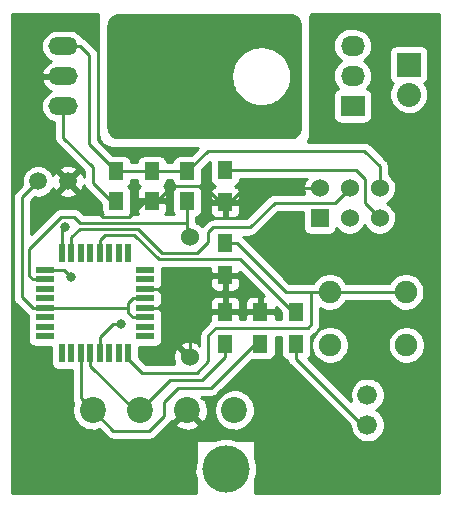
<source format=gbr>
G04 #@! TF.GenerationSoftware,KiCad,Pcbnew,(2017-09-19 revision dddaa7e69)-makepkg*
G04 #@! TF.CreationDate,2017-11-10T01:58:25+01:00*
G04 #@! TF.ProjectId,RICOH_SP112_TONER_CHIP_RESETTER,5249434F485F53503131325F544F4E45,1*
G04 #@! TF.SameCoordinates,Original*
G04 #@! TF.FileFunction,Copper,L1,Top,Signal*
G04 #@! TF.FilePolarity,Positive*
%FSLAX46Y46*%
G04 Gerber Fmt 4.6, Leading zero omitted, Abs format (unit mm)*
G04 Created by KiCad (PCBNEW (2017-09-19 revision dddaa7e69)-makepkg) date 11/10/17 01:58:25*
%MOMM*%
%LPD*%
G01*
G04 APERTURE LIST*
%ADD10C,1.905000*%
%ADD11C,1.501140*%
%ADD12R,1.524000X1.524000*%
%ADD13C,1.524000*%
%ADD14C,1.676400*%
%ADD15R,1.600000X0.550000*%
%ADD16R,0.550000X1.600000*%
%ADD17R,2.032000X2.032000*%
%ADD18O,2.032000X2.032000*%
%ADD19R,2.032000X1.727200*%
%ADD20O,2.032000X1.727200*%
%ADD21O,2.499360X1.501140*%
%ADD22R,1.250000X1.500000*%
%ADD23R,1.300000X1.500000*%
%ADD24C,4.000000*%
%ADD25C,2.200000*%
%ADD26C,0.800000*%
%ADD27C,0.254000*%
%ADD28C,0.250000*%
%ADD29C,0.256000*%
G04 APERTURE END LIST*
D10*
X167498660Y-107752100D03*
X161052140Y-107752100D03*
X167549460Y-112247900D03*
X161100400Y-112247900D03*
D11*
X136360000Y-98400000D03*
X138900000Y-98400000D03*
D12*
X160210000Y-101520000D03*
D13*
X160210000Y-98980000D03*
X162750000Y-101520000D03*
X162750000Y-98980000D03*
X165290000Y-101520000D03*
X165290000Y-98980000D03*
D14*
X164250000Y-119020000D03*
X164250000Y-116480000D03*
D15*
X145450000Y-111500000D03*
X145450000Y-110700000D03*
X145450000Y-109900000D03*
X145450000Y-109100000D03*
X145450000Y-108300000D03*
X145450000Y-107500000D03*
X145450000Y-106700000D03*
X145450000Y-105900000D03*
D16*
X144000000Y-104450000D03*
X143200000Y-104450000D03*
X142400000Y-104450000D03*
X141600000Y-104450000D03*
X140800000Y-104450000D03*
X140000000Y-104450000D03*
X139200000Y-104450000D03*
X138400000Y-104450000D03*
D15*
X136950000Y-105900000D03*
X136950000Y-106700000D03*
X136950000Y-107500000D03*
X136950000Y-108300000D03*
X136950000Y-109100000D03*
X136950000Y-109900000D03*
X136950000Y-110700000D03*
X136950000Y-111500000D03*
D16*
X138400000Y-112950000D03*
X139200000Y-112950000D03*
X140000000Y-112950000D03*
X140800000Y-112950000D03*
X141600000Y-112950000D03*
X142400000Y-112950000D03*
X143200000Y-112950000D03*
X144000000Y-112950000D03*
D13*
X149200000Y-113280000D03*
X149200000Y-103120000D03*
D17*
X167750000Y-88500000D03*
D18*
X167750000Y-91040000D03*
D19*
X163000000Y-92000000D03*
D20*
X163000000Y-89460000D03*
X163000000Y-86920000D03*
D21*
X138500000Y-89500000D03*
X138500000Y-86960000D03*
X138500000Y-92040000D03*
D22*
X146000000Y-100050000D03*
X146000000Y-97550000D03*
X149000000Y-100050000D03*
X149000000Y-97550000D03*
X143000000Y-100050000D03*
X143000000Y-97550000D03*
D23*
X155200000Y-112150000D03*
X155200000Y-109450000D03*
X152200000Y-109450000D03*
X152200000Y-112150000D03*
X158200000Y-112150000D03*
X158200000Y-109450000D03*
X152200000Y-100150000D03*
X152200000Y-97450000D03*
X152200000Y-106350000D03*
X152200000Y-103650000D03*
D24*
X152250000Y-122750000D03*
D25*
X141000000Y-117750000D03*
X145000000Y-117750000D03*
X149000000Y-117750000D03*
X153000000Y-117750000D03*
D26*
X138633800Y-102250500D03*
X139200000Y-106500000D03*
X143369000Y-110433400D03*
D27*
X159500000Y-107752100D02*
X159500000Y-110500000D01*
X159500000Y-110500000D02*
X159200000Y-110800000D01*
X159200000Y-110800000D02*
X151400000Y-110800000D01*
X151400000Y-110800000D02*
X150800000Y-111400000D01*
X150800000Y-111400000D02*
X150800000Y-113600000D01*
X150800000Y-113600000D02*
X149800000Y-114600000D01*
D28*
X149800000Y-114600000D02*
X145200000Y-114600000D01*
X145200000Y-114600000D02*
X144000000Y-113400000D01*
X144000000Y-113400000D02*
X144000000Y-112950000D01*
D27*
X152200000Y-103650000D02*
X153231300Y-103650000D01*
X161052100Y-107752100D02*
X167498700Y-107752100D01*
X157333400Y-107752100D02*
X159500000Y-107752100D01*
X159500000Y-107752100D02*
X159400000Y-107752100D01*
X159400000Y-107752100D02*
X159285200Y-107752100D01*
X153231300Y-103650000D02*
X157333400Y-107752100D01*
X159285200Y-107752100D02*
X161052100Y-107752100D01*
X165290000Y-98980000D02*
X165290000Y-97090000D01*
X165290000Y-97090000D02*
X164000000Y-95800000D01*
X164000000Y-95800000D02*
X150750000Y-95800000D01*
X150750000Y-95800000D02*
X149000000Y-97550000D01*
D28*
X138500000Y-86960000D02*
X139960000Y-86960000D01*
X139960000Y-86960000D02*
X140700000Y-87700000D01*
X140700000Y-87700000D02*
X140700000Y-95200000D01*
X140700000Y-95200000D02*
X143000000Y-97500000D01*
X135000000Y-108200000D02*
X135000000Y-99760000D01*
X135000000Y-99760000D02*
X136360000Y-98400000D01*
D27*
X137840000Y-86860000D02*
X138340000Y-86860000D01*
D28*
X135000000Y-108200000D02*
X135900000Y-109100000D01*
X135900000Y-109100000D02*
X136950000Y-109100000D01*
D27*
X143000000Y-97550000D02*
X143000000Y-97500000D01*
D28*
X144000000Y-109500000D02*
X144000000Y-109100000D01*
X144000000Y-109100000D02*
X144000000Y-108700000D01*
X136950000Y-109100000D02*
X144000000Y-109100000D01*
X145450000Y-109900000D02*
X144400000Y-109900000D01*
X144400000Y-109900000D02*
X144000000Y-109500000D01*
X144000000Y-108700000D02*
X144400000Y-108300000D01*
X144400000Y-108300000D02*
X145450000Y-108300000D01*
D27*
X138500000Y-86960000D02*
X138440000Y-86960000D01*
X146000000Y-97550000D02*
X143000000Y-97550000D01*
X149000000Y-97550000D02*
X146000000Y-97550000D01*
X143000000Y-97550000D02*
X143000000Y-96984300D01*
D28*
X142000000Y-101400000D02*
X141900000Y-101400000D01*
X141900000Y-101400000D02*
X138900000Y-98400000D01*
X138500000Y-89500000D02*
X137000320Y-89500000D01*
X137000320Y-89500000D02*
X136400000Y-90100320D01*
X136400000Y-90100320D02*
X136400000Y-95900000D01*
X136400000Y-95900000D02*
X138900000Y-98400000D01*
D27*
X146000000Y-100050000D02*
X145450000Y-100050000D01*
X145450000Y-100050000D02*
X144100000Y-101400000D01*
X144100000Y-101400000D02*
X142000000Y-101400000D01*
X160210000Y-98980000D02*
X153820000Y-98980000D01*
X153820000Y-98980000D02*
X152650000Y-100150000D01*
X152650000Y-100150000D02*
X152200000Y-100150000D01*
X146000000Y-100050000D02*
X146450000Y-100050000D01*
X146450000Y-100050000D02*
X147700000Y-98800000D01*
X147700000Y-98800000D02*
X150400000Y-98800000D01*
X150400000Y-98800000D02*
X151750000Y-100150000D01*
X151750000Y-100150000D02*
X152200000Y-100150000D01*
D28*
X146900000Y-108300000D02*
X146900000Y-107900000D01*
X146900000Y-108700000D02*
X146900000Y-108300000D01*
D27*
X149200000Y-108500000D02*
X149200000Y-108300000D01*
X149200000Y-108300000D02*
X149200000Y-107900000D01*
D28*
X146900000Y-108300000D02*
X149200000Y-108300000D01*
X145450000Y-109100000D02*
X146500000Y-109100000D01*
X146500000Y-109100000D02*
X146900000Y-108700000D01*
X146900000Y-107900000D02*
X146500000Y-107500000D01*
X146500000Y-107500000D02*
X145450000Y-107500000D01*
D27*
X149200000Y-113280000D02*
X149200000Y-108500000D01*
X152200000Y-107900000D02*
X149200000Y-107900000D01*
X152200000Y-109450000D02*
X152200000Y-107900000D01*
X152200000Y-107900000D02*
X152200000Y-106350000D01*
X155200000Y-109450000D02*
X154168700Y-109450000D01*
X152200000Y-109450000D02*
X154168700Y-109450000D01*
D28*
X135900000Y-106700000D02*
X136950000Y-106700000D01*
X135600000Y-106400000D02*
X135900000Y-106700000D01*
X135600000Y-104100400D02*
X135600000Y-106400000D01*
D27*
X149000000Y-101689700D02*
X149000000Y-101900000D01*
X149000000Y-101900000D02*
X149000000Y-102920000D01*
D28*
X139908011Y-101908011D02*
X141808011Y-101908011D01*
X141808011Y-101908011D02*
X141810011Y-101910011D01*
X141810011Y-101910011D02*
X148989989Y-101910011D01*
X148989989Y-101910011D02*
X149000000Y-101900000D01*
D27*
X139908011Y-101908011D02*
X139387200Y-101387200D01*
X139387200Y-101387200D02*
X138313200Y-101387200D01*
X138313200Y-101387200D02*
X135600000Y-104100400D01*
X149000000Y-100050000D02*
X149000000Y-101689700D01*
X149000000Y-102920000D02*
X149200000Y-103120000D01*
X143000000Y-100050000D02*
X142550000Y-100050000D01*
X142550000Y-100050000D02*
X141000000Y-98500000D01*
X141000000Y-98500000D02*
X141000000Y-97200000D01*
X141000000Y-97200000D02*
X138500000Y-94700000D01*
X138500000Y-94700000D02*
X138500000Y-92040000D01*
D28*
X138633800Y-102250500D02*
X138400000Y-102484300D01*
X138400000Y-102484300D02*
X138400000Y-104450000D01*
X139200000Y-106500000D02*
X138600000Y-105900000D01*
X138600000Y-105900000D02*
X136950000Y-105900000D01*
D27*
X139910879Y-102416021D02*
X144816021Y-102416021D01*
X144816021Y-102416021D02*
X146850000Y-104450000D01*
X146850000Y-104450000D02*
X149850000Y-104450000D01*
X149850000Y-104450000D02*
X150800000Y-103500000D01*
X150800000Y-103500000D02*
X150800000Y-102700000D01*
X150800000Y-102700000D02*
X151200000Y-102300000D01*
X151200000Y-102300000D02*
X154291900Y-102300000D01*
X154291900Y-102300000D02*
X156391900Y-100200000D01*
X156391900Y-100200000D02*
X161530000Y-100200000D01*
X161530000Y-100200000D02*
X161988001Y-99741999D01*
X161988001Y-99741999D02*
X162750000Y-98980000D01*
D28*
X139910879Y-102416021D02*
X139200000Y-103126900D01*
X139200000Y-103126900D02*
X139200000Y-104450000D01*
X143369000Y-110433400D02*
X142740383Y-110433400D01*
X142740383Y-110433400D02*
X141600000Y-111573783D01*
X141600000Y-111573783D02*
X141600000Y-111900000D01*
X141600000Y-111900000D02*
X141600000Y-112950000D01*
D27*
X164020000Y-100250000D02*
X165290000Y-101520000D01*
X164020000Y-98220000D02*
X164020000Y-100250000D01*
X163250000Y-97450000D02*
X164020000Y-98220000D01*
X153231300Y-97450000D02*
X163250000Y-97450000D01*
X152200000Y-97450000D02*
X153231300Y-97450000D01*
X164250000Y-119020000D02*
X163820000Y-119020000D01*
X163820000Y-119020000D02*
X158200000Y-113400000D01*
X158200000Y-113400000D02*
X158200000Y-112150000D01*
X158125000Y-109625000D02*
X153500000Y-105000000D01*
X153500000Y-105000000D02*
X146600000Y-105000000D01*
X146600000Y-105000000D02*
X144524031Y-102924031D01*
X144524031Y-102924031D02*
X144274977Y-102924031D01*
D28*
X144274977Y-102924031D02*
X142075969Y-102924031D01*
X142075969Y-102924031D02*
X141600000Y-103400000D01*
X141600000Y-103400000D02*
X141600000Y-104450000D01*
X140000000Y-112950000D02*
X140000000Y-116750000D01*
X140000000Y-116750000D02*
X141000000Y-117750000D01*
D27*
X151000000Y-115900000D02*
X154750000Y-112150000D01*
X148200000Y-115900000D02*
X151000000Y-115900000D01*
X147000000Y-117100000D02*
X148200000Y-115900000D01*
X147000000Y-118300000D02*
X147000000Y-117100000D01*
X145800000Y-119500000D02*
X147000000Y-118300000D01*
X142750000Y-119500000D02*
X145800000Y-119500000D01*
X141000000Y-117750000D02*
X142750000Y-119500000D01*
X155200000Y-112150000D02*
X154750000Y-112150000D01*
D28*
X140800000Y-112950000D02*
X140800000Y-114000000D01*
X140800000Y-114000000D02*
X144550000Y-117750000D01*
X144550000Y-117750000D02*
X145000000Y-117750000D01*
D27*
X147550000Y-115200000D02*
X145000000Y-117750000D01*
X150281300Y-115200000D02*
X147550000Y-115200000D01*
X152200000Y-113281300D02*
X150281300Y-115200000D01*
X152200000Y-112150000D02*
X152200000Y-113281300D01*
D29*
G36*
X157870002Y-84345364D02*
X158033460Y-84394947D01*
X158184116Y-84475475D01*
X158316160Y-84583840D01*
X158424525Y-84715884D01*
X158505053Y-84866540D01*
X158554636Y-85029998D01*
X158572000Y-85206292D01*
X158572000Y-93793708D01*
X158554636Y-93970002D01*
X158505053Y-94133460D01*
X158424525Y-94284116D01*
X158316160Y-94416160D01*
X158184116Y-94524525D01*
X158033460Y-94605053D01*
X157870002Y-94654636D01*
X157693708Y-94672000D01*
X143206292Y-94672000D01*
X143029998Y-94654636D01*
X142866540Y-94605053D01*
X142715884Y-94524525D01*
X142583840Y-94416160D01*
X142475475Y-94284116D01*
X142394947Y-94133460D01*
X142345364Y-93970002D01*
X142328000Y-93793708D01*
X142328000Y-89525983D01*
X152715944Y-89525983D01*
X152726063Y-89618990D01*
X152724747Y-89713227D01*
X152753156Y-89868017D01*
X152769973Y-90022585D01*
X152797712Y-90110781D01*
X152814523Y-90202376D01*
X152872869Y-90349743D01*
X152919846Y-90499104D01*
X152966745Y-90586847D01*
X152997598Y-90664772D01*
X153060897Y-90762993D01*
X153130932Y-90894020D01*
X153153735Y-90907050D01*
X153267000Y-91082803D01*
X153612467Y-91440544D01*
X153857138Y-91610595D01*
X153869980Y-91633068D01*
X153948045Y-91673777D01*
X154020841Y-91724371D01*
X154170211Y-91789629D01*
X154312907Y-91864041D01*
X154396347Y-91888426D01*
X154476566Y-91923473D01*
X154636873Y-91958719D01*
X154792383Y-92004166D01*
X154877877Y-92011707D01*
X154962284Y-92030265D01*
X155127519Y-92033726D01*
X155289983Y-92048056D01*
X155374201Y-92038893D01*
X155459495Y-92040680D01*
X155623369Y-92011784D01*
X155786585Y-91994027D01*
X155866346Y-91968941D01*
X155949259Y-91954321D01*
X156105447Y-91893740D01*
X156263104Y-91844154D01*
X156341977Y-91801996D01*
X156412922Y-91774478D01*
X156516836Y-91708532D01*
X156658020Y-91633068D01*
X156670692Y-91610892D01*
X156832822Y-91508001D01*
X157192967Y-91165040D01*
X157375427Y-90906386D01*
X157397068Y-90894020D01*
X157433686Y-90823799D01*
X157479638Y-90758658D01*
X157549615Y-90601488D01*
X157628041Y-90451093D01*
X157649945Y-90376141D01*
X157681916Y-90304334D01*
X157720283Y-90135461D01*
X157768166Y-89971617D01*
X157774930Y-89894935D01*
X157792097Y-89819373D01*
X157794072Y-89677904D01*
X157812056Y-89474017D01*
X157798641Y-89350717D01*
X157800029Y-89251340D01*
X157772951Y-89114586D01*
X157758027Y-88977415D01*
X157724994Y-88872386D01*
X157703432Y-88763492D01*
X157649883Y-88633572D01*
X157608154Y-88500896D01*
X157551546Y-88394990D01*
X157513918Y-88303697D01*
X157456789Y-88217711D01*
X157397068Y-88105980D01*
X157373674Y-88092612D01*
X157238706Y-87889469D01*
X156888277Y-87536586D01*
X156671356Y-87390271D01*
X156658020Y-87366932D01*
X156564298Y-87318059D01*
X156475981Y-87258488D01*
X156342302Y-87202294D01*
X156215093Y-87135959D01*
X156114699Y-87106619D01*
X156017520Y-87065769D01*
X155874376Y-87036386D01*
X155735617Y-86995834D01*
X155632526Y-86986741D01*
X155530358Y-86965769D01*
X155383101Y-86964741D01*
X155238017Y-86951944D01*
X155136237Y-86963017D01*
X155033051Y-86962297D01*
X154887295Y-86990102D01*
X154741415Y-87005973D01*
X154644798Y-87036361D01*
X154544540Y-87055486D01*
X154405925Y-87111490D01*
X154264896Y-87155846D01*
X154168151Y-87207557D01*
X154083434Y-87241785D01*
X153991219Y-87302129D01*
X153869980Y-87366932D01*
X153856716Y-87390145D01*
X153667294Y-87514099D01*
X153311973Y-87862055D01*
X153153967Y-88092818D01*
X153130932Y-88105980D01*
X153086140Y-88191876D01*
X153031004Y-88272400D01*
X152970338Y-88413943D01*
X152899959Y-88548907D01*
X152873095Y-88640829D01*
X152835089Y-88729504D01*
X152802839Y-88881231D01*
X152759834Y-89028383D01*
X152751516Y-89122685D01*
X152731691Y-89215956D01*
X152729509Y-89372187D01*
X152715944Y-89525983D01*
X142328000Y-89525983D01*
X142328000Y-85206292D01*
X142345364Y-85029998D01*
X142394947Y-84866540D01*
X142475475Y-84715884D01*
X142583840Y-84583840D01*
X142715884Y-84475475D01*
X142866540Y-84394947D01*
X143029998Y-84345364D01*
X143206292Y-84328000D01*
X157693708Y-84328000D01*
X157870002Y-84345364D01*
X157870002Y-84345364D01*
G37*
X157870002Y-84345364D02*
X158033460Y-84394947D01*
X158184116Y-84475475D01*
X158316160Y-84583840D01*
X158424525Y-84715884D01*
X158505053Y-84866540D01*
X158554636Y-85029998D01*
X158572000Y-85206292D01*
X158572000Y-93793708D01*
X158554636Y-93970002D01*
X158505053Y-94133460D01*
X158424525Y-94284116D01*
X158316160Y-94416160D01*
X158184116Y-94524525D01*
X158033460Y-94605053D01*
X157870002Y-94654636D01*
X157693708Y-94672000D01*
X143206292Y-94672000D01*
X143029998Y-94654636D01*
X142866540Y-94605053D01*
X142715884Y-94524525D01*
X142583840Y-94416160D01*
X142475475Y-94284116D01*
X142394947Y-94133460D01*
X142345364Y-93970002D01*
X142328000Y-93793708D01*
X142328000Y-89525983D01*
X152715944Y-89525983D01*
X152726063Y-89618990D01*
X152724747Y-89713227D01*
X152753156Y-89868017D01*
X152769973Y-90022585D01*
X152797712Y-90110781D01*
X152814523Y-90202376D01*
X152872869Y-90349743D01*
X152919846Y-90499104D01*
X152966745Y-90586847D01*
X152997598Y-90664772D01*
X153060897Y-90762993D01*
X153130932Y-90894020D01*
X153153735Y-90907050D01*
X153267000Y-91082803D01*
X153612467Y-91440544D01*
X153857138Y-91610595D01*
X153869980Y-91633068D01*
X153948045Y-91673777D01*
X154020841Y-91724371D01*
X154170211Y-91789629D01*
X154312907Y-91864041D01*
X154396347Y-91888426D01*
X154476566Y-91923473D01*
X154636873Y-91958719D01*
X154792383Y-92004166D01*
X154877877Y-92011707D01*
X154962284Y-92030265D01*
X155127519Y-92033726D01*
X155289983Y-92048056D01*
X155374201Y-92038893D01*
X155459495Y-92040680D01*
X155623369Y-92011784D01*
X155786585Y-91994027D01*
X155866346Y-91968941D01*
X155949259Y-91954321D01*
X156105447Y-91893740D01*
X156263104Y-91844154D01*
X156341977Y-91801996D01*
X156412922Y-91774478D01*
X156516836Y-91708532D01*
X156658020Y-91633068D01*
X156670692Y-91610892D01*
X156832822Y-91508001D01*
X157192967Y-91165040D01*
X157375427Y-90906386D01*
X157397068Y-90894020D01*
X157433686Y-90823799D01*
X157479638Y-90758658D01*
X157549615Y-90601488D01*
X157628041Y-90451093D01*
X157649945Y-90376141D01*
X157681916Y-90304334D01*
X157720283Y-90135461D01*
X157768166Y-89971617D01*
X157774930Y-89894935D01*
X157792097Y-89819373D01*
X157794072Y-89677904D01*
X157812056Y-89474017D01*
X157798641Y-89350717D01*
X157800029Y-89251340D01*
X157772951Y-89114586D01*
X157758027Y-88977415D01*
X157724994Y-88872386D01*
X157703432Y-88763492D01*
X157649883Y-88633572D01*
X157608154Y-88500896D01*
X157551546Y-88394990D01*
X157513918Y-88303697D01*
X157456789Y-88217711D01*
X157397068Y-88105980D01*
X157373674Y-88092612D01*
X157238706Y-87889469D01*
X156888277Y-87536586D01*
X156671356Y-87390271D01*
X156658020Y-87366932D01*
X156564298Y-87318059D01*
X156475981Y-87258488D01*
X156342302Y-87202294D01*
X156215093Y-87135959D01*
X156114699Y-87106619D01*
X156017520Y-87065769D01*
X155874376Y-87036386D01*
X155735617Y-86995834D01*
X155632526Y-86986741D01*
X155530358Y-86965769D01*
X155383101Y-86964741D01*
X155238017Y-86951944D01*
X155136237Y-86963017D01*
X155033051Y-86962297D01*
X154887295Y-86990102D01*
X154741415Y-87005973D01*
X154644798Y-87036361D01*
X154544540Y-87055486D01*
X154405925Y-87111490D01*
X154264896Y-87155846D01*
X154168151Y-87207557D01*
X154083434Y-87241785D01*
X153991219Y-87302129D01*
X153869980Y-87366932D01*
X153856716Y-87390145D01*
X153667294Y-87514099D01*
X153311973Y-87862055D01*
X153153967Y-88092818D01*
X153130932Y-88105980D01*
X153086140Y-88191876D01*
X153031004Y-88272400D01*
X152970338Y-88413943D01*
X152899959Y-88548907D01*
X152873095Y-88640829D01*
X152835089Y-88729504D01*
X152802839Y-88881231D01*
X152759834Y-89028383D01*
X152751516Y-89122685D01*
X152731691Y-89215956D01*
X152729509Y-89372187D01*
X152715944Y-89525983D01*
X142328000Y-89525983D01*
X142328000Y-85206292D01*
X142345364Y-85029998D01*
X142394947Y-84866540D01*
X142475475Y-84715884D01*
X142583840Y-84583840D01*
X142715884Y-84475475D01*
X142866540Y-84394947D01*
X143029998Y-84345364D01*
X143206292Y-84328000D01*
X157693708Y-84328000D01*
X157870002Y-84345364D01*
G36*
X141454636Y-84329998D02*
X141472000Y-84506292D01*
X141472000Y-94400000D01*
X141472616Y-94412546D01*
X141491831Y-94607636D01*
X141496727Y-94632246D01*
X141553632Y-94819839D01*
X141563234Y-94843022D01*
X141655644Y-95015909D01*
X141669585Y-95036772D01*
X141793948Y-95188309D01*
X141811691Y-95206052D01*
X141963228Y-95330415D01*
X141984091Y-95344356D01*
X142156978Y-95436766D01*
X142180161Y-95446368D01*
X142367754Y-95503273D01*
X142392364Y-95508169D01*
X142587454Y-95527384D01*
X142600000Y-95528000D01*
X149942955Y-95528000D01*
X149310033Y-96160923D01*
X148375000Y-96160923D01*
X148250322Y-96173203D01*
X148130436Y-96209570D01*
X148019948Y-96268627D01*
X147923104Y-96348104D01*
X147843627Y-96444948D01*
X147784570Y-96555436D01*
X147748203Y-96675322D01*
X147737203Y-96787000D01*
X147262797Y-96787000D01*
X147251797Y-96675322D01*
X147215430Y-96555436D01*
X147156373Y-96444948D01*
X147076896Y-96348104D01*
X146980052Y-96268627D01*
X146869564Y-96209570D01*
X146749678Y-96173203D01*
X146625000Y-96160923D01*
X145375000Y-96160923D01*
X145250322Y-96173203D01*
X145130436Y-96209570D01*
X145019948Y-96268627D01*
X144923104Y-96348104D01*
X144843627Y-96444948D01*
X144784570Y-96555436D01*
X144748203Y-96675322D01*
X144737203Y-96787000D01*
X144262797Y-96787000D01*
X144251797Y-96675322D01*
X144215430Y-96555436D01*
X144156373Y-96444948D01*
X144076896Y-96348104D01*
X143980052Y-96268627D01*
X143869564Y-96209570D01*
X143749678Y-96173203D01*
X143625000Y-96160923D01*
X142737139Y-96160923D01*
X141461000Y-94884784D01*
X141461000Y-87700000D01*
X141454144Y-87630079D01*
X141448014Y-87560013D01*
X141446897Y-87556170D01*
X141446507Y-87552188D01*
X141426189Y-87484890D01*
X141406578Y-87417389D01*
X141404737Y-87413838D01*
X141403580Y-87410005D01*
X141370561Y-87347906D01*
X141338228Y-87285530D01*
X141335733Y-87282404D01*
X141333853Y-87278869D01*
X141289422Y-87224391D01*
X141245569Y-87169457D01*
X141240078Y-87163889D01*
X141239983Y-87163773D01*
X141239875Y-87163684D01*
X141238108Y-87161892D01*
X140498108Y-86421892D01*
X140443811Y-86377291D01*
X140389940Y-86332089D01*
X140386434Y-86330161D01*
X140383341Y-86327621D01*
X140321349Y-86294381D01*
X140259790Y-86260538D01*
X140255980Y-86259329D01*
X140252449Y-86257436D01*
X140187753Y-86237657D01*
X140168466Y-86200765D01*
X139998900Y-85989868D01*
X139791600Y-85815922D01*
X139554462Y-85685555D01*
X139296518Y-85603730D01*
X139027594Y-85573565D01*
X139008234Y-85573430D01*
X137991766Y-85573430D01*
X137722446Y-85599837D01*
X137463385Y-85678052D01*
X137224450Y-85805096D01*
X137014741Y-85976131D01*
X136842247Y-86184640D01*
X136713538Y-86422683D01*
X136633516Y-86681191D01*
X136605230Y-86950320D01*
X136629756Y-87219817D01*
X136706161Y-87479418D01*
X136831534Y-87719235D01*
X137001100Y-87930132D01*
X137208400Y-88104078D01*
X137440916Y-88231904D01*
X137353864Y-88267194D01*
X137125788Y-88417111D01*
X136931342Y-88608642D01*
X136777998Y-88834428D01*
X136671649Y-89085791D01*
X136656768Y-89159541D01*
X136779804Y-89374000D01*
X138374000Y-89374000D01*
X138374000Y-89354000D01*
X138626000Y-89354000D01*
X138626000Y-89374000D01*
X138646000Y-89374000D01*
X138646000Y-89626000D01*
X138626000Y-89626000D01*
X138626000Y-89646000D01*
X138374000Y-89646000D01*
X138374000Y-89626000D01*
X136779804Y-89626000D01*
X136656768Y-89840459D01*
X136671649Y-89914209D01*
X136777998Y-90165572D01*
X136931342Y-90391358D01*
X137125788Y-90582889D01*
X137353864Y-90732806D01*
X137442947Y-90768919D01*
X137224450Y-90885096D01*
X137014741Y-91056131D01*
X136842247Y-91264640D01*
X136713538Y-91502683D01*
X136633516Y-91761191D01*
X136605230Y-92030320D01*
X136629756Y-92299817D01*
X136706161Y-92559418D01*
X136831534Y-92799235D01*
X137001100Y-93010132D01*
X137208400Y-93184078D01*
X137445538Y-93314445D01*
X137703482Y-93396270D01*
X137737000Y-93400030D01*
X137737000Y-94700000D01*
X137743878Y-94770144D01*
X137750020Y-94840355D01*
X137751140Y-94844208D01*
X137751531Y-94848201D01*
X137771905Y-94915684D01*
X137791565Y-94983353D01*
X137793411Y-94986914D01*
X137794571Y-94990757D01*
X137827663Y-95052994D01*
X137860094Y-95115560D01*
X137862598Y-95118697D01*
X137864481Y-95122238D01*
X137909004Y-95176828D01*
X137952997Y-95231937D01*
X137958503Y-95237520D01*
X137958598Y-95237636D01*
X137958706Y-95237725D01*
X137960478Y-95239522D01*
X140237000Y-97516045D01*
X140237000Y-98020255D01*
X140158195Y-97801527D01*
X140096629Y-97686343D01*
X139857303Y-97620888D01*
X139078191Y-98400000D01*
X139857303Y-99179112D01*
X140096629Y-99113657D01*
X140212863Y-98866493D01*
X140260039Y-98676381D01*
X140271905Y-98715684D01*
X140291565Y-98783353D01*
X140293411Y-98786914D01*
X140294571Y-98790757D01*
X140327663Y-98852994D01*
X140360094Y-98915560D01*
X140362598Y-98918697D01*
X140364481Y-98922238D01*
X140409004Y-98976828D01*
X140452997Y-99031937D01*
X140458503Y-99037520D01*
X140458598Y-99037636D01*
X140458706Y-99037725D01*
X140460478Y-99039522D01*
X141735923Y-100314967D01*
X141735923Y-100800000D01*
X141748203Y-100924678D01*
X141784570Y-101044564D01*
X141840398Y-101149011D01*
X141835806Y-101149011D01*
X141818636Y-101147085D01*
X141810810Y-101147030D01*
X141810667Y-101147016D01*
X141810534Y-101147029D01*
X141808011Y-101147011D01*
X140226055Y-101147011D01*
X139926722Y-100847678D01*
X139872301Y-100802976D01*
X139818270Y-100757638D01*
X139814753Y-100755704D01*
X139811654Y-100753159D01*
X139749535Y-100719851D01*
X139687778Y-100685900D01*
X139683956Y-100684688D01*
X139680417Y-100682790D01*
X139613014Y-100662183D01*
X139545837Y-100640873D01*
X139541847Y-100640425D01*
X139538012Y-100639253D01*
X139467946Y-100632136D01*
X139397853Y-100624274D01*
X139390006Y-100624219D01*
X139389863Y-100624205D01*
X139389730Y-100624218D01*
X139387200Y-100624200D01*
X138313200Y-100624200D01*
X138243056Y-100631078D01*
X138172845Y-100637220D01*
X138168992Y-100638340D01*
X138164999Y-100638731D01*
X138097516Y-100659105D01*
X138029847Y-100678765D01*
X138026286Y-100680611D01*
X138022443Y-100681771D01*
X137960206Y-100714863D01*
X137897640Y-100747294D01*
X137894503Y-100749798D01*
X137890962Y-100751681D01*
X137836396Y-100796184D01*
X137781262Y-100840197D01*
X137775675Y-100845708D01*
X137775564Y-100845798D01*
X137775479Y-100845901D01*
X137773677Y-100847678D01*
X135761000Y-102860356D01*
X135761000Y-100075216D01*
X136078385Y-99757832D01*
X136195030Y-99783478D01*
X136466891Y-99789173D01*
X136734680Y-99741954D01*
X136988198Y-99643621D01*
X137217788Y-99497919D01*
X137365448Y-99357303D01*
X138120888Y-99357303D01*
X138186343Y-99596629D01*
X138433507Y-99712863D01*
X138698597Y-99778645D01*
X138971427Y-99791447D01*
X139241512Y-99750775D01*
X139498473Y-99658195D01*
X139613657Y-99596629D01*
X139679112Y-99357303D01*
X138900000Y-98578191D01*
X138120888Y-99357303D01*
X137365448Y-99357303D01*
X137414705Y-99310397D01*
X137571449Y-99088199D01*
X137628204Y-98960724D01*
X137641805Y-98998473D01*
X137703371Y-99113657D01*
X137942697Y-99179112D01*
X138721809Y-98400000D01*
X137942697Y-97620888D01*
X137703371Y-97686343D01*
X137629975Y-97842415D01*
X137590192Y-97745895D01*
X137439714Y-97519407D01*
X137363538Y-97442697D01*
X138120888Y-97442697D01*
X138900000Y-98221809D01*
X139679112Y-97442697D01*
X139613657Y-97203371D01*
X139366493Y-97087137D01*
X139101403Y-97021355D01*
X138828573Y-97008553D01*
X138558488Y-97049225D01*
X138301527Y-97141805D01*
X138186343Y-97203371D01*
X138120888Y-97442697D01*
X137363538Y-97442697D01*
X137248109Y-97326460D01*
X137022677Y-97174404D01*
X136772004Y-97069031D01*
X136505637Y-97014354D01*
X136233724Y-97012455D01*
X135966620Y-97063408D01*
X135714499Y-97165271D01*
X135486966Y-97314165D01*
X135292686Y-97504418D01*
X135139060Y-97728783D01*
X135031939Y-97978714D01*
X134975404Y-98244693D01*
X134971607Y-98516587D01*
X135001938Y-98681846D01*
X134461892Y-99221892D01*
X134417291Y-99276189D01*
X134372089Y-99330060D01*
X134370161Y-99333566D01*
X134367621Y-99336659D01*
X134334381Y-99398651D01*
X134300538Y-99460210D01*
X134299329Y-99464020D01*
X134297436Y-99467551D01*
X134276872Y-99534816D01*
X134255630Y-99601779D01*
X134255184Y-99605756D01*
X134254014Y-99609583D01*
X134246913Y-99679486D01*
X134239074Y-99749375D01*
X134239019Y-99757201D01*
X134239005Y-99757344D01*
X134239018Y-99757477D01*
X134239000Y-99760000D01*
X134239000Y-108200000D01*
X134245856Y-108269921D01*
X134251986Y-108339987D01*
X134253103Y-108343830D01*
X134253493Y-108347812D01*
X134273811Y-108415110D01*
X134293422Y-108482611D01*
X134295263Y-108486162D01*
X134296420Y-108489995D01*
X134329439Y-108552094D01*
X134361772Y-108614470D01*
X134364267Y-108617596D01*
X134366147Y-108621131D01*
X134410578Y-108675609D01*
X134454431Y-108730543D01*
X134459922Y-108736111D01*
X134460017Y-108736227D01*
X134460125Y-108736316D01*
X134461892Y-108738108D01*
X135361892Y-109638108D01*
X135416189Y-109682709D01*
X135470060Y-109727911D01*
X135473566Y-109729839D01*
X135476659Y-109732379D01*
X135510923Y-109750751D01*
X135510923Y-110175000D01*
X135523203Y-110299678D01*
X135523301Y-110300000D01*
X135523203Y-110300322D01*
X135510923Y-110425000D01*
X135510923Y-110975000D01*
X135523203Y-111099678D01*
X135523301Y-111100000D01*
X135523203Y-111100322D01*
X135510923Y-111225000D01*
X135510923Y-111775000D01*
X135523203Y-111899678D01*
X135559570Y-112019564D01*
X135618627Y-112130052D01*
X135698104Y-112226896D01*
X135794948Y-112306373D01*
X135905436Y-112365430D01*
X136025322Y-112401797D01*
X136150000Y-112414077D01*
X137485923Y-112414077D01*
X137485923Y-113750000D01*
X137498203Y-113874678D01*
X137534570Y-113994564D01*
X137593627Y-114105052D01*
X137673104Y-114201896D01*
X137769948Y-114281373D01*
X137880436Y-114340430D01*
X138000322Y-114376797D01*
X138125000Y-114389077D01*
X138675000Y-114389077D01*
X138799678Y-114376797D01*
X138800000Y-114376699D01*
X138800322Y-114376797D01*
X138925000Y-114389077D01*
X139239000Y-114389077D01*
X139239000Y-116750000D01*
X139245856Y-116819921D01*
X139251986Y-116889987D01*
X139253103Y-116893830D01*
X139253493Y-116897812D01*
X139273811Y-116965110D01*
X139293422Y-117032611D01*
X139295263Y-117036162D01*
X139296420Y-117039995D01*
X139329439Y-117102094D01*
X139361772Y-117164470D01*
X139362015Y-117164774D01*
X139337254Y-117222546D01*
X139266471Y-117555554D01*
X139261718Y-117895968D01*
X139323175Y-118230822D01*
X139448502Y-118547362D01*
X139632925Y-118833530D01*
X139869420Y-119078427D01*
X140148978Y-119272725D01*
X140460951Y-119409023D01*
X140793456Y-119482129D01*
X141133829Y-119489259D01*
X141469104Y-119430141D01*
X141564208Y-119393253D01*
X142210478Y-120039523D01*
X142264934Y-120084253D01*
X142318930Y-120129562D01*
X142322446Y-120131495D01*
X142325547Y-120134042D01*
X142387683Y-120167359D01*
X142449422Y-120201300D01*
X142453244Y-120202512D01*
X142456783Y-120204410D01*
X142524186Y-120225017D01*
X142591363Y-120246327D01*
X142595353Y-120246775D01*
X142599188Y-120247947D01*
X142669254Y-120255064D01*
X142739347Y-120262926D01*
X142747194Y-120262981D01*
X142747337Y-120262995D01*
X142747470Y-120262982D01*
X142750000Y-120263000D01*
X145800000Y-120263000D01*
X145870144Y-120256122D01*
X145940355Y-120249980D01*
X145944208Y-120248860D01*
X145948201Y-120248469D01*
X146015684Y-120228095D01*
X146083353Y-120208435D01*
X146086914Y-120206589D01*
X146090757Y-120205429D01*
X146152994Y-120172337D01*
X146215560Y-120139906D01*
X146218697Y-120137402D01*
X146222238Y-120135519D01*
X146276828Y-120090996D01*
X146331937Y-120047003D01*
X146337520Y-120041497D01*
X146337636Y-120041402D01*
X146337725Y-120041294D01*
X146339522Y-120039522D01*
X147422448Y-118956596D01*
X147971595Y-118956596D01*
X148079282Y-119231623D01*
X148386023Y-119382777D01*
X148716360Y-119471185D01*
X149057597Y-119493448D01*
X149396620Y-119448712D01*
X149720401Y-119338694D01*
X149920718Y-119231623D01*
X150028405Y-118956596D01*
X149000000Y-117928191D01*
X147971595Y-118956596D01*
X147422448Y-118956596D01*
X147539522Y-118839523D01*
X147584245Y-118785077D01*
X147629562Y-118731070D01*
X147631496Y-118727553D01*
X147634041Y-118724454D01*
X147637785Y-118717472D01*
X147793404Y-118778405D01*
X148821809Y-117750000D01*
X148807667Y-117735858D01*
X148985858Y-117557667D01*
X149000000Y-117571809D01*
X149014142Y-117557667D01*
X149192333Y-117735858D01*
X149178191Y-117750000D01*
X150206596Y-118778405D01*
X150481623Y-118670718D01*
X150632777Y-118363977D01*
X150721185Y-118033640D01*
X150730167Y-117895968D01*
X151261718Y-117895968D01*
X151323175Y-118230822D01*
X151448502Y-118547362D01*
X151632925Y-118833530D01*
X151869420Y-119078427D01*
X152148978Y-119272725D01*
X152460951Y-119409023D01*
X152793456Y-119482129D01*
X153133829Y-119489259D01*
X153469104Y-119430141D01*
X153786511Y-119307027D01*
X154073960Y-119124606D01*
X154320502Y-118889827D01*
X154516747Y-118611632D01*
X154655219Y-118300618D01*
X154730645Y-117968631D01*
X154736075Y-117579776D01*
X154669948Y-117245813D01*
X154540214Y-116931054D01*
X154351813Y-116647488D01*
X154111922Y-116405917D01*
X153829679Y-116215541D01*
X153515833Y-116083612D01*
X153182339Y-116015156D01*
X152841901Y-116012779D01*
X152507484Y-116076573D01*
X152191826Y-116204106D01*
X151906952Y-116390523D01*
X151663712Y-116628721D01*
X151471371Y-116909629D01*
X151337254Y-117222546D01*
X151266471Y-117555554D01*
X151261718Y-117895968D01*
X150730167Y-117895968D01*
X150743448Y-117692403D01*
X150698712Y-117353380D01*
X150588694Y-117029599D01*
X150481623Y-116829282D01*
X150206598Y-116721596D01*
X150265194Y-116663000D01*
X151000000Y-116663000D01*
X151070144Y-116656122D01*
X151140355Y-116649980D01*
X151144208Y-116648860D01*
X151148201Y-116648469D01*
X151215684Y-116628095D01*
X151283353Y-116608435D01*
X151286914Y-116606589D01*
X151290757Y-116605429D01*
X151352994Y-116572337D01*
X151415560Y-116539906D01*
X151418697Y-116537402D01*
X151422238Y-116535519D01*
X151476828Y-116490996D01*
X151531937Y-116447003D01*
X151537520Y-116441497D01*
X151537636Y-116441402D01*
X151537725Y-116441294D01*
X151539522Y-116439522D01*
X154449834Y-113529211D01*
X154550000Y-113539077D01*
X155850000Y-113539077D01*
X155974678Y-113526797D01*
X156094564Y-113490430D01*
X156205052Y-113431373D01*
X156301896Y-113351896D01*
X156381373Y-113255052D01*
X156440430Y-113144564D01*
X156476797Y-113024678D01*
X156489077Y-112900000D01*
X156489077Y-111563000D01*
X156910923Y-111563000D01*
X156910923Y-112900000D01*
X156923203Y-113024678D01*
X156959570Y-113144564D01*
X157018627Y-113255052D01*
X157098104Y-113351896D01*
X157194948Y-113431373D01*
X157305436Y-113490430D01*
X157425322Y-113526797D01*
X157449038Y-113529133D01*
X157450020Y-113540355D01*
X157451140Y-113544208D01*
X157451531Y-113548201D01*
X157471905Y-113615684D01*
X157491565Y-113683353D01*
X157493411Y-113686914D01*
X157494571Y-113690757D01*
X157527663Y-113752994D01*
X157560094Y-113815560D01*
X157562598Y-113818697D01*
X157564481Y-113822238D01*
X157609004Y-113876828D01*
X157652997Y-113931937D01*
X157658503Y-113937520D01*
X157658598Y-113937636D01*
X157658706Y-113937725D01*
X157660478Y-113939522D01*
X162775116Y-119054161D01*
X162773862Y-119143955D01*
X162826051Y-119428311D01*
X162932478Y-119697114D01*
X163089089Y-119940127D01*
X163289919Y-120148092D01*
X163527317Y-120313088D01*
X163792243Y-120428831D01*
X164074604Y-120490913D01*
X164363646Y-120496967D01*
X164648360Y-120446764D01*
X164917900Y-120342217D01*
X165162000Y-120187306D01*
X165371362Y-119987934D01*
X165538012Y-119751692D01*
X165655601Y-119487581D01*
X165719652Y-119205660D01*
X165724263Y-118875447D01*
X165668109Y-118591848D01*
X165557939Y-118324556D01*
X165397951Y-118083754D01*
X165194237Y-117878613D01*
X165001922Y-117748895D01*
X165162000Y-117647306D01*
X165371362Y-117447934D01*
X165538012Y-117211692D01*
X165655601Y-116947581D01*
X165719652Y-116665660D01*
X165724263Y-116335447D01*
X165668109Y-116051848D01*
X165557939Y-115784556D01*
X165397951Y-115543754D01*
X165194237Y-115338613D01*
X164954558Y-115176948D01*
X164688042Y-115064915D01*
X164404841Y-115006782D01*
X164115743Y-115004764D01*
X163831758Y-115058937D01*
X163563704Y-115167237D01*
X163321791Y-115325541D01*
X163115233Y-115527818D01*
X162951898Y-115766362D01*
X162838007Y-116032090D01*
X162777899Y-116314877D01*
X162773862Y-116603955D01*
X162826051Y-116888311D01*
X162864522Y-116985477D01*
X159262924Y-113383879D01*
X159301896Y-113351896D01*
X159381373Y-113255052D01*
X159440430Y-113144564D01*
X159476797Y-113024678D01*
X159489077Y-112900000D01*
X159489077Y-112381465D01*
X159509812Y-112381465D01*
X159566048Y-112687868D01*
X159680726Y-112977513D01*
X159849479Y-113239367D01*
X160065880Y-113463457D01*
X160321685Y-113641246D01*
X160607151Y-113765963D01*
X160911405Y-113832858D01*
X161222858Y-113839382D01*
X161529646Y-113785287D01*
X161820084Y-113672633D01*
X162083110Y-113505712D01*
X162308705Y-113290881D01*
X162488276Y-113036323D01*
X162614983Y-112751735D01*
X162684000Y-112447955D01*
X162684928Y-112381465D01*
X165958872Y-112381465D01*
X166015108Y-112687868D01*
X166129786Y-112977513D01*
X166298539Y-113239367D01*
X166514940Y-113463457D01*
X166770745Y-113641246D01*
X167056211Y-113765963D01*
X167360465Y-113832858D01*
X167671918Y-113839382D01*
X167978706Y-113785287D01*
X168269144Y-113672633D01*
X168532170Y-113505712D01*
X168757765Y-113290881D01*
X168937336Y-113036323D01*
X169064043Y-112751735D01*
X169133060Y-112447955D01*
X169138028Y-112092140D01*
X169077520Y-111786551D01*
X168958809Y-111498536D01*
X168786416Y-111239064D01*
X168566907Y-111018018D01*
X168308645Y-110843817D01*
X168021465Y-110723098D01*
X167716307Y-110660458D01*
X167404794Y-110658283D01*
X167098791Y-110716656D01*
X166809953Y-110833354D01*
X166549284Y-111003932D01*
X166326711Y-111221891D01*
X166150712Y-111478932D01*
X166027990Y-111765261D01*
X165963222Y-112069975D01*
X165958872Y-112381465D01*
X162684928Y-112381465D01*
X162688968Y-112092140D01*
X162628460Y-111786551D01*
X162509749Y-111498536D01*
X162337356Y-111239064D01*
X162117847Y-111018018D01*
X161859585Y-110843817D01*
X161572405Y-110723098D01*
X161267247Y-110660458D01*
X160955734Y-110658283D01*
X160649731Y-110716656D01*
X160360893Y-110833354D01*
X160100224Y-111003932D01*
X159877651Y-111221891D01*
X159701652Y-111478932D01*
X159578930Y-111765261D01*
X159514162Y-112069975D01*
X159509812Y-112381465D01*
X159489077Y-112381465D01*
X159489077Y-111505936D01*
X159490757Y-111505429D01*
X159552994Y-111472337D01*
X159615560Y-111439906D01*
X159618697Y-111437402D01*
X159622238Y-111435519D01*
X159676828Y-111390996D01*
X159731937Y-111347003D01*
X159737520Y-111341497D01*
X159737636Y-111341402D01*
X159737725Y-111341294D01*
X159739522Y-111339522D01*
X160039522Y-111039523D01*
X160084245Y-110985077D01*
X160129562Y-110931070D01*
X160131496Y-110927553D01*
X160134041Y-110924454D01*
X160167349Y-110862335D01*
X160201300Y-110800578D01*
X160202512Y-110796756D01*
X160204410Y-110793217D01*
X160225017Y-110725814D01*
X160246327Y-110658637D01*
X160246775Y-110654647D01*
X160247947Y-110650812D01*
X160255064Y-110580746D01*
X160262926Y-110510653D01*
X160262981Y-110502806D01*
X160262995Y-110502663D01*
X160262982Y-110502530D01*
X160263000Y-110500000D01*
X160263000Y-109138200D01*
X160273425Y-109145446D01*
X160558891Y-109270163D01*
X160863145Y-109337058D01*
X161174598Y-109343582D01*
X161481386Y-109289487D01*
X161771824Y-109176833D01*
X162034850Y-109009912D01*
X162260445Y-108795081D01*
X162440016Y-108540523D01*
X162451335Y-108515100D01*
X166100502Y-108515100D01*
X166247739Y-108743567D01*
X166464140Y-108967657D01*
X166719945Y-109145446D01*
X167005411Y-109270163D01*
X167309665Y-109337058D01*
X167621118Y-109343582D01*
X167927906Y-109289487D01*
X168218344Y-109176833D01*
X168481370Y-109009912D01*
X168706965Y-108795081D01*
X168886536Y-108540523D01*
X169013243Y-108255935D01*
X169082260Y-107952155D01*
X169087228Y-107596340D01*
X169026720Y-107290751D01*
X168908009Y-107002736D01*
X168735616Y-106743264D01*
X168516107Y-106522218D01*
X168257845Y-106348017D01*
X167970665Y-106227298D01*
X167665507Y-106164658D01*
X167353994Y-106162483D01*
X167047991Y-106220856D01*
X166759153Y-106337554D01*
X166498484Y-106508132D01*
X166275911Y-106726091D01*
X166099912Y-106983132D01*
X166097354Y-106989100D01*
X162452429Y-106989100D01*
X162289096Y-106743264D01*
X162069587Y-106522218D01*
X161811325Y-106348017D01*
X161524145Y-106227298D01*
X161218987Y-106164658D01*
X160907474Y-106162483D01*
X160601471Y-106220856D01*
X160312633Y-106337554D01*
X160051964Y-106508132D01*
X159829391Y-106726091D01*
X159653392Y-106983132D01*
X159650834Y-106989100D01*
X157649445Y-106989100D01*
X153770822Y-103110478D01*
X153716401Y-103065776D01*
X153713093Y-103063000D01*
X154291900Y-103063000D01*
X154362044Y-103056122D01*
X154432255Y-103049980D01*
X154436108Y-103048860D01*
X154440101Y-103048469D01*
X154507584Y-103028095D01*
X154575253Y-103008435D01*
X154578814Y-103006589D01*
X154582657Y-103005429D01*
X154644894Y-102972337D01*
X154707460Y-102939906D01*
X154710597Y-102937402D01*
X154714138Y-102935519D01*
X154768728Y-102890996D01*
X154823837Y-102847003D01*
X154829420Y-102841497D01*
X154829536Y-102841402D01*
X154829625Y-102841294D01*
X154831422Y-102839522D01*
X156707945Y-100963000D01*
X158808923Y-100963000D01*
X158808923Y-102282000D01*
X158821203Y-102406678D01*
X158857570Y-102526564D01*
X158916627Y-102637052D01*
X158996104Y-102733896D01*
X159092948Y-102813373D01*
X159203436Y-102872430D01*
X159323322Y-102908797D01*
X159448000Y-102921077D01*
X160972000Y-102921077D01*
X161096678Y-102908797D01*
X161216564Y-102872430D01*
X161327052Y-102813373D01*
X161423896Y-102733896D01*
X161503373Y-102637052D01*
X161562430Y-102526564D01*
X161598797Y-102406678D01*
X161606671Y-102326735D01*
X161649096Y-102392566D01*
X161839544Y-102589782D01*
X162064672Y-102746250D01*
X162315904Y-102856010D01*
X162583670Y-102914882D01*
X162857772Y-102920624D01*
X163127769Y-102873016D01*
X163383377Y-102773872D01*
X163614859Y-102626969D01*
X163813399Y-102437902D01*
X163971435Y-102213872D01*
X164018880Y-102107308D01*
X164040580Y-102162115D01*
X164189096Y-102392566D01*
X164379544Y-102589782D01*
X164604672Y-102746250D01*
X164855904Y-102856010D01*
X165123670Y-102914882D01*
X165397772Y-102920624D01*
X165667769Y-102873016D01*
X165923377Y-102773872D01*
X166154859Y-102626969D01*
X166353399Y-102437902D01*
X166511435Y-102213872D01*
X166622947Y-101963412D01*
X166683687Y-101696064D01*
X166688060Y-101382919D01*
X166634808Y-101113979D01*
X166530333Y-100860503D01*
X166378614Y-100632148D01*
X166185430Y-100437611D01*
X165958140Y-100284301D01*
X165879063Y-100251060D01*
X165923377Y-100233872D01*
X166154859Y-100086969D01*
X166353399Y-99897902D01*
X166511435Y-99673872D01*
X166622947Y-99423412D01*
X166683687Y-99156064D01*
X166688060Y-98842919D01*
X166634808Y-98573979D01*
X166530333Y-98320503D01*
X166378614Y-98092148D01*
X166185430Y-97897611D01*
X166053000Y-97808285D01*
X166053000Y-97090000D01*
X166046122Y-97019856D01*
X166039980Y-96949645D01*
X166038860Y-96945792D01*
X166038469Y-96941799D01*
X166018085Y-96874283D01*
X165998434Y-96806646D01*
X165996590Y-96803089D01*
X165995429Y-96799243D01*
X165962328Y-96736989D01*
X165929906Y-96674440D01*
X165927402Y-96671303D01*
X165925519Y-96667762D01*
X165881016Y-96613196D01*
X165837003Y-96558062D01*
X165831492Y-96552475D01*
X165831402Y-96552364D01*
X165831299Y-96552279D01*
X165829522Y-96550477D01*
X164539522Y-95260478D01*
X164485101Y-95215776D01*
X164431070Y-95170438D01*
X164427553Y-95168504D01*
X164424454Y-95165959D01*
X164362335Y-95132651D01*
X164300578Y-95098700D01*
X164296756Y-95097488D01*
X164293217Y-95095590D01*
X164225814Y-95074983D01*
X164158637Y-95053673D01*
X164154647Y-95053225D01*
X164150812Y-95052053D01*
X164080746Y-95044936D01*
X164010653Y-95037074D01*
X164002806Y-95037019D01*
X164002663Y-95037005D01*
X164002530Y-95037018D01*
X164000000Y-95037000D01*
X159230228Y-95037000D01*
X159230415Y-95036772D01*
X159244356Y-95015909D01*
X159336766Y-94843022D01*
X159346368Y-94819839D01*
X159403273Y-94632246D01*
X159408169Y-94607636D01*
X159427384Y-94412546D01*
X159428000Y-94400000D01*
X159428000Y-86909531D01*
X161340044Y-86909531D01*
X161366569Y-87200997D01*
X161449202Y-87481760D01*
X161584795Y-87741126D01*
X161768184Y-87969215D01*
X161992382Y-88157340D01*
X162050489Y-88189285D01*
X162009741Y-88210951D01*
X161782938Y-88395928D01*
X161596382Y-88621434D01*
X161457181Y-88878882D01*
X161370636Y-89158464D01*
X161340044Y-89449531D01*
X161366569Y-89740997D01*
X161449202Y-90021760D01*
X161584795Y-90281126D01*
X161768184Y-90509215D01*
X161792723Y-90529806D01*
X161739436Y-90545970D01*
X161628948Y-90605027D01*
X161532104Y-90684504D01*
X161452627Y-90781348D01*
X161393570Y-90891836D01*
X161357203Y-91011722D01*
X161344923Y-91136400D01*
X161344923Y-92863600D01*
X161357203Y-92988278D01*
X161393570Y-93108164D01*
X161452627Y-93218652D01*
X161532104Y-93315496D01*
X161628948Y-93394973D01*
X161739436Y-93454030D01*
X161859322Y-93490397D01*
X161984000Y-93502677D01*
X164016000Y-93502677D01*
X164140678Y-93490397D01*
X164260564Y-93454030D01*
X164371052Y-93394973D01*
X164467896Y-93315496D01*
X164547373Y-93218652D01*
X164606430Y-93108164D01*
X164642797Y-92988278D01*
X164655077Y-92863600D01*
X164655077Y-91136400D01*
X164644447Y-91028467D01*
X166090047Y-91028467D01*
X166119268Y-91349554D01*
X166210299Y-91658850D01*
X166359672Y-91944574D01*
X166561698Y-92195844D01*
X166808682Y-92403087D01*
X167091215Y-92558412D01*
X167398537Y-92655900D01*
X167718941Y-92691839D01*
X167742007Y-92692000D01*
X167757993Y-92692000D01*
X168078868Y-92660538D01*
X168387521Y-92567350D01*
X168672196Y-92415986D01*
X168922049Y-92212211D01*
X169127563Y-91963787D01*
X169280911Y-91680176D01*
X169376251Y-91372181D01*
X169409953Y-91051533D01*
X169380732Y-90730446D01*
X169289701Y-90421150D01*
X169140328Y-90135426D01*
X169085018Y-90066634D01*
X169121052Y-90047373D01*
X169217896Y-89967896D01*
X169297373Y-89871052D01*
X169356430Y-89760564D01*
X169392797Y-89640678D01*
X169405077Y-89516000D01*
X169405077Y-87484000D01*
X169392797Y-87359322D01*
X169356430Y-87239436D01*
X169297373Y-87128948D01*
X169217896Y-87032104D01*
X169121052Y-86952627D01*
X169010564Y-86893570D01*
X168890678Y-86857203D01*
X168766000Y-86844923D01*
X166734000Y-86844923D01*
X166609322Y-86857203D01*
X166489436Y-86893570D01*
X166378948Y-86952627D01*
X166282104Y-87032104D01*
X166202627Y-87128948D01*
X166143570Y-87239436D01*
X166107203Y-87359322D01*
X166094923Y-87484000D01*
X166094923Y-89516000D01*
X166107203Y-89640678D01*
X166143570Y-89760564D01*
X166202627Y-89871052D01*
X166282104Y-89967896D01*
X166378948Y-90047373D01*
X166413922Y-90066067D01*
X166372437Y-90116213D01*
X166219089Y-90399824D01*
X166123749Y-90707819D01*
X166090047Y-91028467D01*
X164644447Y-91028467D01*
X164642797Y-91011722D01*
X164606430Y-90891836D01*
X164547373Y-90781348D01*
X164467896Y-90684504D01*
X164371052Y-90605027D01*
X164260564Y-90545970D01*
X164209285Y-90530415D01*
X164217062Y-90524072D01*
X164403618Y-90298566D01*
X164542819Y-90041118D01*
X164629364Y-89761536D01*
X164659956Y-89470469D01*
X164633431Y-89179003D01*
X164550798Y-88898240D01*
X164415205Y-88638874D01*
X164231816Y-88410785D01*
X164007618Y-88222660D01*
X163949511Y-88190715D01*
X163990259Y-88169049D01*
X164217062Y-87984072D01*
X164403618Y-87758566D01*
X164542819Y-87501118D01*
X164629364Y-87221536D01*
X164659956Y-86930469D01*
X164633431Y-86639003D01*
X164550798Y-86358240D01*
X164415205Y-86098874D01*
X164231816Y-85870785D01*
X164007618Y-85682660D01*
X163751148Y-85541665D01*
X163472177Y-85453170D01*
X163181331Y-85420546D01*
X163160393Y-85420400D01*
X162839607Y-85420400D01*
X162548333Y-85448960D01*
X162268154Y-85533551D01*
X162009741Y-85670951D01*
X161782938Y-85855928D01*
X161596382Y-86081434D01*
X161457181Y-86338882D01*
X161370636Y-86618464D01*
X161340044Y-86909531D01*
X159428000Y-86909531D01*
X159428000Y-84506292D01*
X159445364Y-84329998D01*
X159489044Y-84186000D01*
X170314000Y-84186000D01*
X170314000Y-124814000D01*
X154728000Y-124814000D01*
X154728000Y-123665450D01*
X154763339Y-123586077D01*
X154877868Y-123081977D01*
X154886113Y-122491527D01*
X154785704Y-121984426D01*
X154728000Y-121844426D01*
X154728000Y-120400000D01*
X154718257Y-120351017D01*
X154690510Y-120309490D01*
X154648983Y-120281743D01*
X154600000Y-120272000D01*
X153157668Y-120272000D01*
X153033258Y-120219703D01*
X152526870Y-120115756D01*
X152009937Y-120112147D01*
X151502147Y-120209013D01*
X151346249Y-120272000D01*
X149900000Y-120272000D01*
X149851017Y-120281743D01*
X149809490Y-120309490D01*
X149781743Y-120351017D01*
X149772000Y-120400000D01*
X149772000Y-121839979D01*
X149725232Y-121949097D01*
X149617753Y-122454746D01*
X149610536Y-122971642D01*
X149703854Y-123480096D01*
X149772000Y-123652213D01*
X149772000Y-124814000D01*
X134186000Y-124814000D01*
X134186000Y-84186000D01*
X141410956Y-84186000D01*
X141454636Y-84329998D01*
X141454636Y-84329998D01*
G37*
X141454636Y-84329998D02*
X141472000Y-84506292D01*
X141472000Y-94400000D01*
X141472616Y-94412546D01*
X141491831Y-94607636D01*
X141496727Y-94632246D01*
X141553632Y-94819839D01*
X141563234Y-94843022D01*
X141655644Y-95015909D01*
X141669585Y-95036772D01*
X141793948Y-95188309D01*
X141811691Y-95206052D01*
X141963228Y-95330415D01*
X141984091Y-95344356D01*
X142156978Y-95436766D01*
X142180161Y-95446368D01*
X142367754Y-95503273D01*
X142392364Y-95508169D01*
X142587454Y-95527384D01*
X142600000Y-95528000D01*
X149942955Y-95528000D01*
X149310033Y-96160923D01*
X148375000Y-96160923D01*
X148250322Y-96173203D01*
X148130436Y-96209570D01*
X148019948Y-96268627D01*
X147923104Y-96348104D01*
X147843627Y-96444948D01*
X147784570Y-96555436D01*
X147748203Y-96675322D01*
X147737203Y-96787000D01*
X147262797Y-96787000D01*
X147251797Y-96675322D01*
X147215430Y-96555436D01*
X147156373Y-96444948D01*
X147076896Y-96348104D01*
X146980052Y-96268627D01*
X146869564Y-96209570D01*
X146749678Y-96173203D01*
X146625000Y-96160923D01*
X145375000Y-96160923D01*
X145250322Y-96173203D01*
X145130436Y-96209570D01*
X145019948Y-96268627D01*
X144923104Y-96348104D01*
X144843627Y-96444948D01*
X144784570Y-96555436D01*
X144748203Y-96675322D01*
X144737203Y-96787000D01*
X144262797Y-96787000D01*
X144251797Y-96675322D01*
X144215430Y-96555436D01*
X144156373Y-96444948D01*
X144076896Y-96348104D01*
X143980052Y-96268627D01*
X143869564Y-96209570D01*
X143749678Y-96173203D01*
X143625000Y-96160923D01*
X142737139Y-96160923D01*
X141461000Y-94884784D01*
X141461000Y-87700000D01*
X141454144Y-87630079D01*
X141448014Y-87560013D01*
X141446897Y-87556170D01*
X141446507Y-87552188D01*
X141426189Y-87484890D01*
X141406578Y-87417389D01*
X141404737Y-87413838D01*
X141403580Y-87410005D01*
X141370561Y-87347906D01*
X141338228Y-87285530D01*
X141335733Y-87282404D01*
X141333853Y-87278869D01*
X141289422Y-87224391D01*
X141245569Y-87169457D01*
X141240078Y-87163889D01*
X141239983Y-87163773D01*
X141239875Y-87163684D01*
X141238108Y-87161892D01*
X140498108Y-86421892D01*
X140443811Y-86377291D01*
X140389940Y-86332089D01*
X140386434Y-86330161D01*
X140383341Y-86327621D01*
X140321349Y-86294381D01*
X140259790Y-86260538D01*
X140255980Y-86259329D01*
X140252449Y-86257436D01*
X140187753Y-86237657D01*
X140168466Y-86200765D01*
X139998900Y-85989868D01*
X139791600Y-85815922D01*
X139554462Y-85685555D01*
X139296518Y-85603730D01*
X139027594Y-85573565D01*
X139008234Y-85573430D01*
X137991766Y-85573430D01*
X137722446Y-85599837D01*
X137463385Y-85678052D01*
X137224450Y-85805096D01*
X137014741Y-85976131D01*
X136842247Y-86184640D01*
X136713538Y-86422683D01*
X136633516Y-86681191D01*
X136605230Y-86950320D01*
X136629756Y-87219817D01*
X136706161Y-87479418D01*
X136831534Y-87719235D01*
X137001100Y-87930132D01*
X137208400Y-88104078D01*
X137440916Y-88231904D01*
X137353864Y-88267194D01*
X137125788Y-88417111D01*
X136931342Y-88608642D01*
X136777998Y-88834428D01*
X136671649Y-89085791D01*
X136656768Y-89159541D01*
X136779804Y-89374000D01*
X138374000Y-89374000D01*
X138374000Y-89354000D01*
X138626000Y-89354000D01*
X138626000Y-89374000D01*
X138646000Y-89374000D01*
X138646000Y-89626000D01*
X138626000Y-89626000D01*
X138626000Y-89646000D01*
X138374000Y-89646000D01*
X138374000Y-89626000D01*
X136779804Y-89626000D01*
X136656768Y-89840459D01*
X136671649Y-89914209D01*
X136777998Y-90165572D01*
X136931342Y-90391358D01*
X137125788Y-90582889D01*
X137353864Y-90732806D01*
X137442947Y-90768919D01*
X137224450Y-90885096D01*
X137014741Y-91056131D01*
X136842247Y-91264640D01*
X136713538Y-91502683D01*
X136633516Y-91761191D01*
X136605230Y-92030320D01*
X136629756Y-92299817D01*
X136706161Y-92559418D01*
X136831534Y-92799235D01*
X137001100Y-93010132D01*
X137208400Y-93184078D01*
X137445538Y-93314445D01*
X137703482Y-93396270D01*
X137737000Y-93400030D01*
X137737000Y-94700000D01*
X137743878Y-94770144D01*
X137750020Y-94840355D01*
X137751140Y-94844208D01*
X137751531Y-94848201D01*
X137771905Y-94915684D01*
X137791565Y-94983353D01*
X137793411Y-94986914D01*
X137794571Y-94990757D01*
X137827663Y-95052994D01*
X137860094Y-95115560D01*
X137862598Y-95118697D01*
X137864481Y-95122238D01*
X137909004Y-95176828D01*
X137952997Y-95231937D01*
X137958503Y-95237520D01*
X137958598Y-95237636D01*
X137958706Y-95237725D01*
X137960478Y-95239522D01*
X140237000Y-97516045D01*
X140237000Y-98020255D01*
X140158195Y-97801527D01*
X140096629Y-97686343D01*
X139857303Y-97620888D01*
X139078191Y-98400000D01*
X139857303Y-99179112D01*
X140096629Y-99113657D01*
X140212863Y-98866493D01*
X140260039Y-98676381D01*
X140271905Y-98715684D01*
X140291565Y-98783353D01*
X140293411Y-98786914D01*
X140294571Y-98790757D01*
X140327663Y-98852994D01*
X140360094Y-98915560D01*
X140362598Y-98918697D01*
X140364481Y-98922238D01*
X140409004Y-98976828D01*
X140452997Y-99031937D01*
X140458503Y-99037520D01*
X140458598Y-99037636D01*
X140458706Y-99037725D01*
X140460478Y-99039522D01*
X141735923Y-100314967D01*
X141735923Y-100800000D01*
X141748203Y-100924678D01*
X141784570Y-101044564D01*
X141840398Y-101149011D01*
X141835806Y-101149011D01*
X141818636Y-101147085D01*
X141810810Y-101147030D01*
X141810667Y-101147016D01*
X141810534Y-101147029D01*
X141808011Y-101147011D01*
X140226055Y-101147011D01*
X139926722Y-100847678D01*
X139872301Y-100802976D01*
X139818270Y-100757638D01*
X139814753Y-100755704D01*
X139811654Y-100753159D01*
X139749535Y-100719851D01*
X139687778Y-100685900D01*
X139683956Y-100684688D01*
X139680417Y-100682790D01*
X139613014Y-100662183D01*
X139545837Y-100640873D01*
X139541847Y-100640425D01*
X139538012Y-100639253D01*
X139467946Y-100632136D01*
X139397853Y-100624274D01*
X139390006Y-100624219D01*
X139389863Y-100624205D01*
X139389730Y-100624218D01*
X139387200Y-100624200D01*
X138313200Y-100624200D01*
X138243056Y-100631078D01*
X138172845Y-100637220D01*
X138168992Y-100638340D01*
X138164999Y-100638731D01*
X138097516Y-100659105D01*
X138029847Y-100678765D01*
X138026286Y-100680611D01*
X138022443Y-100681771D01*
X137960206Y-100714863D01*
X137897640Y-100747294D01*
X137894503Y-100749798D01*
X137890962Y-100751681D01*
X137836396Y-100796184D01*
X137781262Y-100840197D01*
X137775675Y-100845708D01*
X137775564Y-100845798D01*
X137775479Y-100845901D01*
X137773677Y-100847678D01*
X135761000Y-102860356D01*
X135761000Y-100075216D01*
X136078385Y-99757832D01*
X136195030Y-99783478D01*
X136466891Y-99789173D01*
X136734680Y-99741954D01*
X136988198Y-99643621D01*
X137217788Y-99497919D01*
X137365448Y-99357303D01*
X138120888Y-99357303D01*
X138186343Y-99596629D01*
X138433507Y-99712863D01*
X138698597Y-99778645D01*
X138971427Y-99791447D01*
X139241512Y-99750775D01*
X139498473Y-99658195D01*
X139613657Y-99596629D01*
X139679112Y-99357303D01*
X138900000Y-98578191D01*
X138120888Y-99357303D01*
X137365448Y-99357303D01*
X137414705Y-99310397D01*
X137571449Y-99088199D01*
X137628204Y-98960724D01*
X137641805Y-98998473D01*
X137703371Y-99113657D01*
X137942697Y-99179112D01*
X138721809Y-98400000D01*
X137942697Y-97620888D01*
X137703371Y-97686343D01*
X137629975Y-97842415D01*
X137590192Y-97745895D01*
X137439714Y-97519407D01*
X137363538Y-97442697D01*
X138120888Y-97442697D01*
X138900000Y-98221809D01*
X139679112Y-97442697D01*
X139613657Y-97203371D01*
X139366493Y-97087137D01*
X139101403Y-97021355D01*
X138828573Y-97008553D01*
X138558488Y-97049225D01*
X138301527Y-97141805D01*
X138186343Y-97203371D01*
X138120888Y-97442697D01*
X137363538Y-97442697D01*
X137248109Y-97326460D01*
X137022677Y-97174404D01*
X136772004Y-97069031D01*
X136505637Y-97014354D01*
X136233724Y-97012455D01*
X135966620Y-97063408D01*
X135714499Y-97165271D01*
X135486966Y-97314165D01*
X135292686Y-97504418D01*
X135139060Y-97728783D01*
X135031939Y-97978714D01*
X134975404Y-98244693D01*
X134971607Y-98516587D01*
X135001938Y-98681846D01*
X134461892Y-99221892D01*
X134417291Y-99276189D01*
X134372089Y-99330060D01*
X134370161Y-99333566D01*
X134367621Y-99336659D01*
X134334381Y-99398651D01*
X134300538Y-99460210D01*
X134299329Y-99464020D01*
X134297436Y-99467551D01*
X134276872Y-99534816D01*
X134255630Y-99601779D01*
X134255184Y-99605756D01*
X134254014Y-99609583D01*
X134246913Y-99679486D01*
X134239074Y-99749375D01*
X134239019Y-99757201D01*
X134239005Y-99757344D01*
X134239018Y-99757477D01*
X134239000Y-99760000D01*
X134239000Y-108200000D01*
X134245856Y-108269921D01*
X134251986Y-108339987D01*
X134253103Y-108343830D01*
X134253493Y-108347812D01*
X134273811Y-108415110D01*
X134293422Y-108482611D01*
X134295263Y-108486162D01*
X134296420Y-108489995D01*
X134329439Y-108552094D01*
X134361772Y-108614470D01*
X134364267Y-108617596D01*
X134366147Y-108621131D01*
X134410578Y-108675609D01*
X134454431Y-108730543D01*
X134459922Y-108736111D01*
X134460017Y-108736227D01*
X134460125Y-108736316D01*
X134461892Y-108738108D01*
X135361892Y-109638108D01*
X135416189Y-109682709D01*
X135470060Y-109727911D01*
X135473566Y-109729839D01*
X135476659Y-109732379D01*
X135510923Y-109750751D01*
X135510923Y-110175000D01*
X135523203Y-110299678D01*
X135523301Y-110300000D01*
X135523203Y-110300322D01*
X135510923Y-110425000D01*
X135510923Y-110975000D01*
X135523203Y-111099678D01*
X135523301Y-111100000D01*
X135523203Y-111100322D01*
X135510923Y-111225000D01*
X135510923Y-111775000D01*
X135523203Y-111899678D01*
X135559570Y-112019564D01*
X135618627Y-112130052D01*
X135698104Y-112226896D01*
X135794948Y-112306373D01*
X135905436Y-112365430D01*
X136025322Y-112401797D01*
X136150000Y-112414077D01*
X137485923Y-112414077D01*
X137485923Y-113750000D01*
X137498203Y-113874678D01*
X137534570Y-113994564D01*
X137593627Y-114105052D01*
X137673104Y-114201896D01*
X137769948Y-114281373D01*
X137880436Y-114340430D01*
X138000322Y-114376797D01*
X138125000Y-114389077D01*
X138675000Y-114389077D01*
X138799678Y-114376797D01*
X138800000Y-114376699D01*
X138800322Y-114376797D01*
X138925000Y-114389077D01*
X139239000Y-114389077D01*
X139239000Y-116750000D01*
X139245856Y-116819921D01*
X139251986Y-116889987D01*
X139253103Y-116893830D01*
X139253493Y-116897812D01*
X139273811Y-116965110D01*
X139293422Y-117032611D01*
X139295263Y-117036162D01*
X139296420Y-117039995D01*
X139329439Y-117102094D01*
X139361772Y-117164470D01*
X139362015Y-117164774D01*
X139337254Y-117222546D01*
X139266471Y-117555554D01*
X139261718Y-117895968D01*
X139323175Y-118230822D01*
X139448502Y-118547362D01*
X139632925Y-118833530D01*
X139869420Y-119078427D01*
X140148978Y-119272725D01*
X140460951Y-119409023D01*
X140793456Y-119482129D01*
X141133829Y-119489259D01*
X141469104Y-119430141D01*
X141564208Y-119393253D01*
X142210478Y-120039523D01*
X142264934Y-120084253D01*
X142318930Y-120129562D01*
X142322446Y-120131495D01*
X142325547Y-120134042D01*
X142387683Y-120167359D01*
X142449422Y-120201300D01*
X142453244Y-120202512D01*
X142456783Y-120204410D01*
X142524186Y-120225017D01*
X142591363Y-120246327D01*
X142595353Y-120246775D01*
X142599188Y-120247947D01*
X142669254Y-120255064D01*
X142739347Y-120262926D01*
X142747194Y-120262981D01*
X142747337Y-120262995D01*
X142747470Y-120262982D01*
X142750000Y-120263000D01*
X145800000Y-120263000D01*
X145870144Y-120256122D01*
X145940355Y-120249980D01*
X145944208Y-120248860D01*
X145948201Y-120248469D01*
X146015684Y-120228095D01*
X146083353Y-120208435D01*
X146086914Y-120206589D01*
X146090757Y-120205429D01*
X146152994Y-120172337D01*
X146215560Y-120139906D01*
X146218697Y-120137402D01*
X146222238Y-120135519D01*
X146276828Y-120090996D01*
X146331937Y-120047003D01*
X146337520Y-120041497D01*
X146337636Y-120041402D01*
X146337725Y-120041294D01*
X146339522Y-120039522D01*
X147422448Y-118956596D01*
X147971595Y-118956596D01*
X148079282Y-119231623D01*
X148386023Y-119382777D01*
X148716360Y-119471185D01*
X149057597Y-119493448D01*
X149396620Y-119448712D01*
X149720401Y-119338694D01*
X149920718Y-119231623D01*
X150028405Y-118956596D01*
X149000000Y-117928191D01*
X147971595Y-118956596D01*
X147422448Y-118956596D01*
X147539522Y-118839523D01*
X147584245Y-118785077D01*
X147629562Y-118731070D01*
X147631496Y-118727553D01*
X147634041Y-118724454D01*
X147637785Y-118717472D01*
X147793404Y-118778405D01*
X148821809Y-117750000D01*
X148807667Y-117735858D01*
X148985858Y-117557667D01*
X149000000Y-117571809D01*
X149014142Y-117557667D01*
X149192333Y-117735858D01*
X149178191Y-117750000D01*
X150206596Y-118778405D01*
X150481623Y-118670718D01*
X150632777Y-118363977D01*
X150721185Y-118033640D01*
X150730167Y-117895968D01*
X151261718Y-117895968D01*
X151323175Y-118230822D01*
X151448502Y-118547362D01*
X151632925Y-118833530D01*
X151869420Y-119078427D01*
X152148978Y-119272725D01*
X152460951Y-119409023D01*
X152793456Y-119482129D01*
X153133829Y-119489259D01*
X153469104Y-119430141D01*
X153786511Y-119307027D01*
X154073960Y-119124606D01*
X154320502Y-118889827D01*
X154516747Y-118611632D01*
X154655219Y-118300618D01*
X154730645Y-117968631D01*
X154736075Y-117579776D01*
X154669948Y-117245813D01*
X154540214Y-116931054D01*
X154351813Y-116647488D01*
X154111922Y-116405917D01*
X153829679Y-116215541D01*
X153515833Y-116083612D01*
X153182339Y-116015156D01*
X152841901Y-116012779D01*
X152507484Y-116076573D01*
X152191826Y-116204106D01*
X151906952Y-116390523D01*
X151663712Y-116628721D01*
X151471371Y-116909629D01*
X151337254Y-117222546D01*
X151266471Y-117555554D01*
X151261718Y-117895968D01*
X150730167Y-117895968D01*
X150743448Y-117692403D01*
X150698712Y-117353380D01*
X150588694Y-117029599D01*
X150481623Y-116829282D01*
X150206598Y-116721596D01*
X150265194Y-116663000D01*
X151000000Y-116663000D01*
X151070144Y-116656122D01*
X151140355Y-116649980D01*
X151144208Y-116648860D01*
X151148201Y-116648469D01*
X151215684Y-116628095D01*
X151283353Y-116608435D01*
X151286914Y-116606589D01*
X151290757Y-116605429D01*
X151352994Y-116572337D01*
X151415560Y-116539906D01*
X151418697Y-116537402D01*
X151422238Y-116535519D01*
X151476828Y-116490996D01*
X151531937Y-116447003D01*
X151537520Y-116441497D01*
X151537636Y-116441402D01*
X151537725Y-116441294D01*
X151539522Y-116439522D01*
X154449834Y-113529211D01*
X154550000Y-113539077D01*
X155850000Y-113539077D01*
X155974678Y-113526797D01*
X156094564Y-113490430D01*
X156205052Y-113431373D01*
X156301896Y-113351896D01*
X156381373Y-113255052D01*
X156440430Y-113144564D01*
X156476797Y-113024678D01*
X156489077Y-112900000D01*
X156489077Y-111563000D01*
X156910923Y-111563000D01*
X156910923Y-112900000D01*
X156923203Y-113024678D01*
X156959570Y-113144564D01*
X157018627Y-113255052D01*
X157098104Y-113351896D01*
X157194948Y-113431373D01*
X157305436Y-113490430D01*
X157425322Y-113526797D01*
X157449038Y-113529133D01*
X157450020Y-113540355D01*
X157451140Y-113544208D01*
X157451531Y-113548201D01*
X157471905Y-113615684D01*
X157491565Y-113683353D01*
X157493411Y-113686914D01*
X157494571Y-113690757D01*
X157527663Y-113752994D01*
X157560094Y-113815560D01*
X157562598Y-113818697D01*
X157564481Y-113822238D01*
X157609004Y-113876828D01*
X157652997Y-113931937D01*
X157658503Y-113937520D01*
X157658598Y-113937636D01*
X157658706Y-113937725D01*
X157660478Y-113939522D01*
X162775116Y-119054161D01*
X162773862Y-119143955D01*
X162826051Y-119428311D01*
X162932478Y-119697114D01*
X163089089Y-119940127D01*
X163289919Y-120148092D01*
X163527317Y-120313088D01*
X163792243Y-120428831D01*
X164074604Y-120490913D01*
X164363646Y-120496967D01*
X164648360Y-120446764D01*
X164917900Y-120342217D01*
X165162000Y-120187306D01*
X165371362Y-119987934D01*
X165538012Y-119751692D01*
X165655601Y-119487581D01*
X165719652Y-119205660D01*
X165724263Y-118875447D01*
X165668109Y-118591848D01*
X165557939Y-118324556D01*
X165397951Y-118083754D01*
X165194237Y-117878613D01*
X165001922Y-117748895D01*
X165162000Y-117647306D01*
X165371362Y-117447934D01*
X165538012Y-117211692D01*
X165655601Y-116947581D01*
X165719652Y-116665660D01*
X165724263Y-116335447D01*
X165668109Y-116051848D01*
X165557939Y-115784556D01*
X165397951Y-115543754D01*
X165194237Y-115338613D01*
X164954558Y-115176948D01*
X164688042Y-115064915D01*
X164404841Y-115006782D01*
X164115743Y-115004764D01*
X163831758Y-115058937D01*
X163563704Y-115167237D01*
X163321791Y-115325541D01*
X163115233Y-115527818D01*
X162951898Y-115766362D01*
X162838007Y-116032090D01*
X162777899Y-116314877D01*
X162773862Y-116603955D01*
X162826051Y-116888311D01*
X162864522Y-116985477D01*
X159262924Y-113383879D01*
X159301896Y-113351896D01*
X159381373Y-113255052D01*
X159440430Y-113144564D01*
X159476797Y-113024678D01*
X159489077Y-112900000D01*
X159489077Y-112381465D01*
X159509812Y-112381465D01*
X159566048Y-112687868D01*
X159680726Y-112977513D01*
X159849479Y-113239367D01*
X160065880Y-113463457D01*
X160321685Y-113641246D01*
X160607151Y-113765963D01*
X160911405Y-113832858D01*
X161222858Y-113839382D01*
X161529646Y-113785287D01*
X161820084Y-113672633D01*
X162083110Y-113505712D01*
X162308705Y-113290881D01*
X162488276Y-113036323D01*
X162614983Y-112751735D01*
X162684000Y-112447955D01*
X162684928Y-112381465D01*
X165958872Y-112381465D01*
X166015108Y-112687868D01*
X166129786Y-112977513D01*
X166298539Y-113239367D01*
X166514940Y-113463457D01*
X166770745Y-113641246D01*
X167056211Y-113765963D01*
X167360465Y-113832858D01*
X167671918Y-113839382D01*
X167978706Y-113785287D01*
X168269144Y-113672633D01*
X168532170Y-113505712D01*
X168757765Y-113290881D01*
X168937336Y-113036323D01*
X169064043Y-112751735D01*
X169133060Y-112447955D01*
X169138028Y-112092140D01*
X169077520Y-111786551D01*
X168958809Y-111498536D01*
X168786416Y-111239064D01*
X168566907Y-111018018D01*
X168308645Y-110843817D01*
X168021465Y-110723098D01*
X167716307Y-110660458D01*
X167404794Y-110658283D01*
X167098791Y-110716656D01*
X166809953Y-110833354D01*
X166549284Y-111003932D01*
X166326711Y-111221891D01*
X166150712Y-111478932D01*
X166027990Y-111765261D01*
X165963222Y-112069975D01*
X165958872Y-112381465D01*
X162684928Y-112381465D01*
X162688968Y-112092140D01*
X162628460Y-111786551D01*
X162509749Y-111498536D01*
X162337356Y-111239064D01*
X162117847Y-111018018D01*
X161859585Y-110843817D01*
X161572405Y-110723098D01*
X161267247Y-110660458D01*
X160955734Y-110658283D01*
X160649731Y-110716656D01*
X160360893Y-110833354D01*
X160100224Y-111003932D01*
X159877651Y-111221891D01*
X159701652Y-111478932D01*
X159578930Y-111765261D01*
X159514162Y-112069975D01*
X159509812Y-112381465D01*
X159489077Y-112381465D01*
X159489077Y-111505936D01*
X159490757Y-111505429D01*
X159552994Y-111472337D01*
X159615560Y-111439906D01*
X159618697Y-111437402D01*
X159622238Y-111435519D01*
X159676828Y-111390996D01*
X159731937Y-111347003D01*
X159737520Y-111341497D01*
X159737636Y-111341402D01*
X159737725Y-111341294D01*
X159739522Y-111339522D01*
X160039522Y-111039523D01*
X160084245Y-110985077D01*
X160129562Y-110931070D01*
X160131496Y-110927553D01*
X160134041Y-110924454D01*
X160167349Y-110862335D01*
X160201300Y-110800578D01*
X160202512Y-110796756D01*
X160204410Y-110793217D01*
X160225017Y-110725814D01*
X160246327Y-110658637D01*
X160246775Y-110654647D01*
X160247947Y-110650812D01*
X160255064Y-110580746D01*
X160262926Y-110510653D01*
X160262981Y-110502806D01*
X160262995Y-110502663D01*
X160262982Y-110502530D01*
X160263000Y-110500000D01*
X160263000Y-109138200D01*
X160273425Y-109145446D01*
X160558891Y-109270163D01*
X160863145Y-109337058D01*
X161174598Y-109343582D01*
X161481386Y-109289487D01*
X161771824Y-109176833D01*
X162034850Y-109009912D01*
X162260445Y-108795081D01*
X162440016Y-108540523D01*
X162451335Y-108515100D01*
X166100502Y-108515100D01*
X166247739Y-108743567D01*
X166464140Y-108967657D01*
X166719945Y-109145446D01*
X167005411Y-109270163D01*
X167309665Y-109337058D01*
X167621118Y-109343582D01*
X167927906Y-109289487D01*
X168218344Y-109176833D01*
X168481370Y-109009912D01*
X168706965Y-108795081D01*
X168886536Y-108540523D01*
X169013243Y-108255935D01*
X169082260Y-107952155D01*
X169087228Y-107596340D01*
X169026720Y-107290751D01*
X168908009Y-107002736D01*
X168735616Y-106743264D01*
X168516107Y-106522218D01*
X168257845Y-106348017D01*
X167970665Y-106227298D01*
X167665507Y-106164658D01*
X167353994Y-106162483D01*
X167047991Y-106220856D01*
X166759153Y-106337554D01*
X166498484Y-106508132D01*
X166275911Y-106726091D01*
X166099912Y-106983132D01*
X166097354Y-106989100D01*
X162452429Y-106989100D01*
X162289096Y-106743264D01*
X162069587Y-106522218D01*
X161811325Y-106348017D01*
X161524145Y-106227298D01*
X161218987Y-106164658D01*
X160907474Y-106162483D01*
X160601471Y-106220856D01*
X160312633Y-106337554D01*
X160051964Y-106508132D01*
X159829391Y-106726091D01*
X159653392Y-106983132D01*
X159650834Y-106989100D01*
X157649445Y-106989100D01*
X153770822Y-103110478D01*
X153716401Y-103065776D01*
X153713093Y-103063000D01*
X154291900Y-103063000D01*
X154362044Y-103056122D01*
X154432255Y-103049980D01*
X154436108Y-103048860D01*
X154440101Y-103048469D01*
X154507584Y-103028095D01*
X154575253Y-103008435D01*
X154578814Y-103006589D01*
X154582657Y-103005429D01*
X154644894Y-102972337D01*
X154707460Y-102939906D01*
X154710597Y-102937402D01*
X154714138Y-102935519D01*
X154768728Y-102890996D01*
X154823837Y-102847003D01*
X154829420Y-102841497D01*
X154829536Y-102841402D01*
X154829625Y-102841294D01*
X154831422Y-102839522D01*
X156707945Y-100963000D01*
X158808923Y-100963000D01*
X158808923Y-102282000D01*
X158821203Y-102406678D01*
X158857570Y-102526564D01*
X158916627Y-102637052D01*
X158996104Y-102733896D01*
X159092948Y-102813373D01*
X159203436Y-102872430D01*
X159323322Y-102908797D01*
X159448000Y-102921077D01*
X160972000Y-102921077D01*
X161096678Y-102908797D01*
X161216564Y-102872430D01*
X161327052Y-102813373D01*
X161423896Y-102733896D01*
X161503373Y-102637052D01*
X161562430Y-102526564D01*
X161598797Y-102406678D01*
X161606671Y-102326735D01*
X161649096Y-102392566D01*
X161839544Y-102589782D01*
X162064672Y-102746250D01*
X162315904Y-102856010D01*
X162583670Y-102914882D01*
X162857772Y-102920624D01*
X163127769Y-102873016D01*
X163383377Y-102773872D01*
X163614859Y-102626969D01*
X163813399Y-102437902D01*
X163971435Y-102213872D01*
X164018880Y-102107308D01*
X164040580Y-102162115D01*
X164189096Y-102392566D01*
X164379544Y-102589782D01*
X164604672Y-102746250D01*
X164855904Y-102856010D01*
X165123670Y-102914882D01*
X165397772Y-102920624D01*
X165667769Y-102873016D01*
X165923377Y-102773872D01*
X166154859Y-102626969D01*
X166353399Y-102437902D01*
X166511435Y-102213872D01*
X166622947Y-101963412D01*
X166683687Y-101696064D01*
X166688060Y-101382919D01*
X166634808Y-101113979D01*
X166530333Y-100860503D01*
X166378614Y-100632148D01*
X166185430Y-100437611D01*
X165958140Y-100284301D01*
X165879063Y-100251060D01*
X165923377Y-100233872D01*
X166154859Y-100086969D01*
X166353399Y-99897902D01*
X166511435Y-99673872D01*
X166622947Y-99423412D01*
X166683687Y-99156064D01*
X166688060Y-98842919D01*
X166634808Y-98573979D01*
X166530333Y-98320503D01*
X166378614Y-98092148D01*
X166185430Y-97897611D01*
X166053000Y-97808285D01*
X166053000Y-97090000D01*
X166046122Y-97019856D01*
X166039980Y-96949645D01*
X166038860Y-96945792D01*
X166038469Y-96941799D01*
X166018085Y-96874283D01*
X165998434Y-96806646D01*
X165996590Y-96803089D01*
X165995429Y-96799243D01*
X165962328Y-96736989D01*
X165929906Y-96674440D01*
X165927402Y-96671303D01*
X165925519Y-96667762D01*
X165881016Y-96613196D01*
X165837003Y-96558062D01*
X165831492Y-96552475D01*
X165831402Y-96552364D01*
X165831299Y-96552279D01*
X165829522Y-96550477D01*
X164539522Y-95260478D01*
X164485101Y-95215776D01*
X164431070Y-95170438D01*
X164427553Y-95168504D01*
X164424454Y-95165959D01*
X164362335Y-95132651D01*
X164300578Y-95098700D01*
X164296756Y-95097488D01*
X164293217Y-95095590D01*
X164225814Y-95074983D01*
X164158637Y-95053673D01*
X164154647Y-95053225D01*
X164150812Y-95052053D01*
X164080746Y-95044936D01*
X164010653Y-95037074D01*
X164002806Y-95037019D01*
X164002663Y-95037005D01*
X164002530Y-95037018D01*
X164000000Y-95037000D01*
X159230228Y-95037000D01*
X159230415Y-95036772D01*
X159244356Y-95015909D01*
X159336766Y-94843022D01*
X159346368Y-94819839D01*
X159403273Y-94632246D01*
X159408169Y-94607636D01*
X159427384Y-94412546D01*
X159428000Y-94400000D01*
X159428000Y-86909531D01*
X161340044Y-86909531D01*
X161366569Y-87200997D01*
X161449202Y-87481760D01*
X161584795Y-87741126D01*
X161768184Y-87969215D01*
X161992382Y-88157340D01*
X162050489Y-88189285D01*
X162009741Y-88210951D01*
X161782938Y-88395928D01*
X161596382Y-88621434D01*
X161457181Y-88878882D01*
X161370636Y-89158464D01*
X161340044Y-89449531D01*
X161366569Y-89740997D01*
X161449202Y-90021760D01*
X161584795Y-90281126D01*
X161768184Y-90509215D01*
X161792723Y-90529806D01*
X161739436Y-90545970D01*
X161628948Y-90605027D01*
X161532104Y-90684504D01*
X161452627Y-90781348D01*
X161393570Y-90891836D01*
X161357203Y-91011722D01*
X161344923Y-91136400D01*
X161344923Y-92863600D01*
X161357203Y-92988278D01*
X161393570Y-93108164D01*
X161452627Y-93218652D01*
X161532104Y-93315496D01*
X161628948Y-93394973D01*
X161739436Y-93454030D01*
X161859322Y-93490397D01*
X161984000Y-93502677D01*
X164016000Y-93502677D01*
X164140678Y-93490397D01*
X164260564Y-93454030D01*
X164371052Y-93394973D01*
X164467896Y-93315496D01*
X164547373Y-93218652D01*
X164606430Y-93108164D01*
X164642797Y-92988278D01*
X164655077Y-92863600D01*
X164655077Y-91136400D01*
X164644447Y-91028467D01*
X166090047Y-91028467D01*
X166119268Y-91349554D01*
X166210299Y-91658850D01*
X166359672Y-91944574D01*
X166561698Y-92195844D01*
X166808682Y-92403087D01*
X167091215Y-92558412D01*
X167398537Y-92655900D01*
X167718941Y-92691839D01*
X167742007Y-92692000D01*
X167757993Y-92692000D01*
X168078868Y-92660538D01*
X168387521Y-92567350D01*
X168672196Y-92415986D01*
X168922049Y-92212211D01*
X169127563Y-91963787D01*
X169280911Y-91680176D01*
X169376251Y-91372181D01*
X169409953Y-91051533D01*
X169380732Y-90730446D01*
X169289701Y-90421150D01*
X169140328Y-90135426D01*
X169085018Y-90066634D01*
X169121052Y-90047373D01*
X169217896Y-89967896D01*
X169297373Y-89871052D01*
X169356430Y-89760564D01*
X169392797Y-89640678D01*
X169405077Y-89516000D01*
X169405077Y-87484000D01*
X169392797Y-87359322D01*
X169356430Y-87239436D01*
X169297373Y-87128948D01*
X169217896Y-87032104D01*
X169121052Y-86952627D01*
X169010564Y-86893570D01*
X168890678Y-86857203D01*
X168766000Y-86844923D01*
X166734000Y-86844923D01*
X166609322Y-86857203D01*
X166489436Y-86893570D01*
X166378948Y-86952627D01*
X166282104Y-87032104D01*
X166202627Y-87128948D01*
X166143570Y-87239436D01*
X166107203Y-87359322D01*
X166094923Y-87484000D01*
X166094923Y-89516000D01*
X166107203Y-89640678D01*
X166143570Y-89760564D01*
X166202627Y-89871052D01*
X166282104Y-89967896D01*
X166378948Y-90047373D01*
X166413922Y-90066067D01*
X166372437Y-90116213D01*
X166219089Y-90399824D01*
X166123749Y-90707819D01*
X166090047Y-91028467D01*
X164644447Y-91028467D01*
X164642797Y-91011722D01*
X164606430Y-90891836D01*
X164547373Y-90781348D01*
X164467896Y-90684504D01*
X164371052Y-90605027D01*
X164260564Y-90545970D01*
X164209285Y-90530415D01*
X164217062Y-90524072D01*
X164403618Y-90298566D01*
X164542819Y-90041118D01*
X164629364Y-89761536D01*
X164659956Y-89470469D01*
X164633431Y-89179003D01*
X164550798Y-88898240D01*
X164415205Y-88638874D01*
X164231816Y-88410785D01*
X164007618Y-88222660D01*
X163949511Y-88190715D01*
X163990259Y-88169049D01*
X164217062Y-87984072D01*
X164403618Y-87758566D01*
X164542819Y-87501118D01*
X164629364Y-87221536D01*
X164659956Y-86930469D01*
X164633431Y-86639003D01*
X164550798Y-86358240D01*
X164415205Y-86098874D01*
X164231816Y-85870785D01*
X164007618Y-85682660D01*
X163751148Y-85541665D01*
X163472177Y-85453170D01*
X163181331Y-85420546D01*
X163160393Y-85420400D01*
X162839607Y-85420400D01*
X162548333Y-85448960D01*
X162268154Y-85533551D01*
X162009741Y-85670951D01*
X161782938Y-85855928D01*
X161596382Y-86081434D01*
X161457181Y-86338882D01*
X161370636Y-86618464D01*
X161340044Y-86909531D01*
X159428000Y-86909531D01*
X159428000Y-84506292D01*
X159445364Y-84329998D01*
X159489044Y-84186000D01*
X170314000Y-84186000D01*
X170314000Y-124814000D01*
X154728000Y-124814000D01*
X154728000Y-123665450D01*
X154763339Y-123586077D01*
X154877868Y-123081977D01*
X154886113Y-122491527D01*
X154785704Y-121984426D01*
X154728000Y-121844426D01*
X154728000Y-120400000D01*
X154718257Y-120351017D01*
X154690510Y-120309490D01*
X154648983Y-120281743D01*
X154600000Y-120272000D01*
X153157668Y-120272000D01*
X153033258Y-120219703D01*
X152526870Y-120115756D01*
X152009937Y-120112147D01*
X151502147Y-120209013D01*
X151346249Y-120272000D01*
X149900000Y-120272000D01*
X149851017Y-120281743D01*
X149809490Y-120309490D01*
X149781743Y-120351017D01*
X149772000Y-120400000D01*
X149772000Y-121839979D01*
X149725232Y-121949097D01*
X149617753Y-122454746D01*
X149610536Y-122971642D01*
X149703854Y-123480096D01*
X149772000Y-123652213D01*
X149772000Y-124814000D01*
X134186000Y-124814000D01*
X134186000Y-84186000D01*
X141410956Y-84186000D01*
X141454636Y-84329998D01*
G36*
X150914000Y-106065000D02*
X151073000Y-106224000D01*
X152074000Y-106224000D01*
X152074000Y-106204000D01*
X152326000Y-106204000D01*
X152326000Y-106224000D01*
X153327000Y-106224000D01*
X153485978Y-106065022D01*
X155484978Y-108064022D01*
X155326000Y-108223000D01*
X155326000Y-109324000D01*
X156327000Y-109324000D01*
X156486000Y-109165000D01*
X156486000Y-109065045D01*
X156910923Y-109489968D01*
X156910923Y-110037000D01*
X156486000Y-110037000D01*
X156486000Y-109735000D01*
X156327000Y-109576000D01*
X155326000Y-109576000D01*
X155326000Y-109596000D01*
X155074000Y-109596000D01*
X155074000Y-109576000D01*
X154073000Y-109576000D01*
X153914000Y-109735000D01*
X153914000Y-110037000D01*
X153486000Y-110037000D01*
X153486000Y-109735000D01*
X153327000Y-109576000D01*
X152326000Y-109576000D01*
X152326000Y-109596000D01*
X152074000Y-109596000D01*
X152074000Y-109576000D01*
X151073000Y-109576000D01*
X150914000Y-109735000D01*
X150914000Y-110216326D01*
X150868063Y-110252997D01*
X150862476Y-110258507D01*
X150862364Y-110258598D01*
X150862278Y-110258702D01*
X150860477Y-110260478D01*
X150260478Y-110860478D01*
X150215776Y-110914899D01*
X150170438Y-110968930D01*
X150168504Y-110972447D01*
X150165959Y-110975546D01*
X150132651Y-111037665D01*
X150098700Y-111099422D01*
X150097488Y-111103244D01*
X150095590Y-111106783D01*
X150074983Y-111174186D01*
X150053673Y-111241363D01*
X150053225Y-111245353D01*
X150052053Y-111249188D01*
X150044936Y-111319254D01*
X150037074Y-111389347D01*
X150037019Y-111397194D01*
X150037005Y-111397337D01*
X150037018Y-111397470D01*
X150037000Y-111400000D01*
X150037000Y-112264807D01*
X149987276Y-112314531D01*
X149920435Y-112074041D01*
X149671321Y-111956663D01*
X149404095Y-111890141D01*
X149129025Y-111877029D01*
X148856683Y-111917834D01*
X148597534Y-112010985D01*
X148479565Y-112074041D01*
X148412724Y-112314533D01*
X149200000Y-113101809D01*
X149214142Y-113087667D01*
X149392333Y-113265858D01*
X149378191Y-113280000D01*
X149392333Y-113294142D01*
X149214142Y-113472333D01*
X149200000Y-113458191D01*
X149185858Y-113472333D01*
X149007667Y-113294142D01*
X149021809Y-113280000D01*
X148234533Y-112492724D01*
X147994041Y-112559565D01*
X147876663Y-112808679D01*
X147810141Y-113075905D01*
X147797029Y-113350975D01*
X147837834Y-113623317D01*
X147915361Y-113839000D01*
X145515216Y-113839000D01*
X144914077Y-113237861D01*
X144914077Y-112414077D01*
X146250000Y-112414077D01*
X146374678Y-112401797D01*
X146494564Y-112365430D01*
X146605052Y-112306373D01*
X146701896Y-112226896D01*
X146781373Y-112130052D01*
X146840430Y-112019564D01*
X146876797Y-111899678D01*
X146889077Y-111775000D01*
X146889077Y-111225000D01*
X146876797Y-111100322D01*
X146876699Y-111100000D01*
X146876797Y-111099678D01*
X146889077Y-110975000D01*
X146889077Y-110425000D01*
X146876797Y-110300322D01*
X146876699Y-110300000D01*
X146876797Y-110299678D01*
X146889077Y-110175000D01*
X146889077Y-109625000D01*
X146876797Y-109500322D01*
X146874825Y-109493821D01*
X146886000Y-109437641D01*
X146886000Y-109385000D01*
X146793344Y-109292344D01*
X146781373Y-109269948D01*
X146701896Y-109173104D01*
X146612818Y-109100000D01*
X146701896Y-109026896D01*
X146781373Y-108930052D01*
X146793344Y-108907656D01*
X146886000Y-108815000D01*
X146886000Y-108762359D01*
X146874825Y-108706179D01*
X146876797Y-108699678D01*
X146882934Y-108637360D01*
X150914000Y-108637360D01*
X150914000Y-109165000D01*
X151073000Y-109324000D01*
X152074000Y-109324000D01*
X152074000Y-108223000D01*
X152326000Y-108223000D01*
X152326000Y-109324000D01*
X153327000Y-109324000D01*
X153486000Y-109165000D01*
X153486000Y-108637360D01*
X153914000Y-108637360D01*
X153914000Y-109165000D01*
X154073000Y-109324000D01*
X155074000Y-109324000D01*
X155074000Y-108223000D01*
X154915000Y-108064000D01*
X154487359Y-108064000D01*
X154364485Y-108088441D01*
X154248741Y-108136384D01*
X154144573Y-108205987D01*
X154055986Y-108294574D01*
X153986384Y-108398742D01*
X153938441Y-108514486D01*
X153914000Y-108637360D01*
X153486000Y-108637360D01*
X153461559Y-108514486D01*
X153413616Y-108398742D01*
X153344014Y-108294574D01*
X153255427Y-108205987D01*
X153151259Y-108136384D01*
X153035515Y-108088441D01*
X152912641Y-108064000D01*
X152485000Y-108064000D01*
X152326000Y-108223000D01*
X152074000Y-108223000D01*
X151915000Y-108064000D01*
X151487359Y-108064000D01*
X151364485Y-108088441D01*
X151248741Y-108136384D01*
X151144573Y-108205987D01*
X151055986Y-108294574D01*
X150986384Y-108398742D01*
X150938441Y-108514486D01*
X150914000Y-108637360D01*
X146882934Y-108637360D01*
X146889077Y-108575000D01*
X146889077Y-108025000D01*
X146876797Y-107900322D01*
X146874825Y-107893821D01*
X146886000Y-107837641D01*
X146886000Y-107785000D01*
X146793344Y-107692344D01*
X146781373Y-107669948D01*
X146701896Y-107573104D01*
X146612818Y-107500000D01*
X146701896Y-107426896D01*
X146781373Y-107330052D01*
X146793344Y-107307656D01*
X146886000Y-107215000D01*
X146886000Y-107162359D01*
X146874825Y-107106179D01*
X146876797Y-107099678D01*
X146889077Y-106975000D01*
X146889077Y-106635000D01*
X150914000Y-106635000D01*
X150914000Y-107162640D01*
X150938441Y-107285514D01*
X150986384Y-107401258D01*
X151055986Y-107505426D01*
X151144573Y-107594013D01*
X151248741Y-107663616D01*
X151364485Y-107711559D01*
X151487359Y-107736000D01*
X151915000Y-107736000D01*
X152074000Y-107577000D01*
X152074000Y-106476000D01*
X152326000Y-106476000D01*
X152326000Y-107577000D01*
X152485000Y-107736000D01*
X152912641Y-107736000D01*
X153035515Y-107711559D01*
X153151259Y-107663616D01*
X153255427Y-107594013D01*
X153344014Y-107505426D01*
X153413616Y-107401258D01*
X153461559Y-107285514D01*
X153486000Y-107162640D01*
X153486000Y-106635000D01*
X153327000Y-106476000D01*
X152326000Y-106476000D01*
X152074000Y-106476000D01*
X151073000Y-106476000D01*
X150914000Y-106635000D01*
X146889077Y-106635000D01*
X146889077Y-106425000D01*
X146876797Y-106300322D01*
X146876699Y-106300000D01*
X146876797Y-106299678D01*
X146889077Y-106175000D01*
X146889077Y-105763000D01*
X150914000Y-105763000D01*
X150914000Y-106065000D01*
X150914000Y-106065000D01*
G37*
X150914000Y-106065000D02*
X151073000Y-106224000D01*
X152074000Y-106224000D01*
X152074000Y-106204000D01*
X152326000Y-106204000D01*
X152326000Y-106224000D01*
X153327000Y-106224000D01*
X153485978Y-106065022D01*
X155484978Y-108064022D01*
X155326000Y-108223000D01*
X155326000Y-109324000D01*
X156327000Y-109324000D01*
X156486000Y-109165000D01*
X156486000Y-109065045D01*
X156910923Y-109489968D01*
X156910923Y-110037000D01*
X156486000Y-110037000D01*
X156486000Y-109735000D01*
X156327000Y-109576000D01*
X155326000Y-109576000D01*
X155326000Y-109596000D01*
X155074000Y-109596000D01*
X155074000Y-109576000D01*
X154073000Y-109576000D01*
X153914000Y-109735000D01*
X153914000Y-110037000D01*
X153486000Y-110037000D01*
X153486000Y-109735000D01*
X153327000Y-109576000D01*
X152326000Y-109576000D01*
X152326000Y-109596000D01*
X152074000Y-109596000D01*
X152074000Y-109576000D01*
X151073000Y-109576000D01*
X150914000Y-109735000D01*
X150914000Y-110216326D01*
X150868063Y-110252997D01*
X150862476Y-110258507D01*
X150862364Y-110258598D01*
X150862278Y-110258702D01*
X150860477Y-110260478D01*
X150260478Y-110860478D01*
X150215776Y-110914899D01*
X150170438Y-110968930D01*
X150168504Y-110972447D01*
X150165959Y-110975546D01*
X150132651Y-111037665D01*
X150098700Y-111099422D01*
X150097488Y-111103244D01*
X150095590Y-111106783D01*
X150074983Y-111174186D01*
X150053673Y-111241363D01*
X150053225Y-111245353D01*
X150052053Y-111249188D01*
X150044936Y-111319254D01*
X150037074Y-111389347D01*
X150037019Y-111397194D01*
X150037005Y-111397337D01*
X150037018Y-111397470D01*
X150037000Y-111400000D01*
X150037000Y-112264807D01*
X149987276Y-112314531D01*
X149920435Y-112074041D01*
X149671321Y-111956663D01*
X149404095Y-111890141D01*
X149129025Y-111877029D01*
X148856683Y-111917834D01*
X148597534Y-112010985D01*
X148479565Y-112074041D01*
X148412724Y-112314533D01*
X149200000Y-113101809D01*
X149214142Y-113087667D01*
X149392333Y-113265858D01*
X149378191Y-113280000D01*
X149392333Y-113294142D01*
X149214142Y-113472333D01*
X149200000Y-113458191D01*
X149185858Y-113472333D01*
X149007667Y-113294142D01*
X149021809Y-113280000D01*
X148234533Y-112492724D01*
X147994041Y-112559565D01*
X147876663Y-112808679D01*
X147810141Y-113075905D01*
X147797029Y-113350975D01*
X147837834Y-113623317D01*
X147915361Y-113839000D01*
X145515216Y-113839000D01*
X144914077Y-113237861D01*
X144914077Y-112414077D01*
X146250000Y-112414077D01*
X146374678Y-112401797D01*
X146494564Y-112365430D01*
X146605052Y-112306373D01*
X146701896Y-112226896D01*
X146781373Y-112130052D01*
X146840430Y-112019564D01*
X146876797Y-111899678D01*
X146889077Y-111775000D01*
X146889077Y-111225000D01*
X146876797Y-111100322D01*
X146876699Y-111100000D01*
X146876797Y-111099678D01*
X146889077Y-110975000D01*
X146889077Y-110425000D01*
X146876797Y-110300322D01*
X146876699Y-110300000D01*
X146876797Y-110299678D01*
X146889077Y-110175000D01*
X146889077Y-109625000D01*
X146876797Y-109500322D01*
X146874825Y-109493821D01*
X146886000Y-109437641D01*
X146886000Y-109385000D01*
X146793344Y-109292344D01*
X146781373Y-109269948D01*
X146701896Y-109173104D01*
X146612818Y-109100000D01*
X146701896Y-109026896D01*
X146781373Y-108930052D01*
X146793344Y-108907656D01*
X146886000Y-108815000D01*
X146886000Y-108762359D01*
X146874825Y-108706179D01*
X146876797Y-108699678D01*
X146882934Y-108637360D01*
X150914000Y-108637360D01*
X150914000Y-109165000D01*
X151073000Y-109324000D01*
X152074000Y-109324000D01*
X152074000Y-108223000D01*
X152326000Y-108223000D01*
X152326000Y-109324000D01*
X153327000Y-109324000D01*
X153486000Y-109165000D01*
X153486000Y-108637360D01*
X153914000Y-108637360D01*
X153914000Y-109165000D01*
X154073000Y-109324000D01*
X155074000Y-109324000D01*
X155074000Y-108223000D01*
X154915000Y-108064000D01*
X154487359Y-108064000D01*
X154364485Y-108088441D01*
X154248741Y-108136384D01*
X154144573Y-108205987D01*
X154055986Y-108294574D01*
X153986384Y-108398742D01*
X153938441Y-108514486D01*
X153914000Y-108637360D01*
X153486000Y-108637360D01*
X153461559Y-108514486D01*
X153413616Y-108398742D01*
X153344014Y-108294574D01*
X153255427Y-108205987D01*
X153151259Y-108136384D01*
X153035515Y-108088441D01*
X152912641Y-108064000D01*
X152485000Y-108064000D01*
X152326000Y-108223000D01*
X152074000Y-108223000D01*
X151915000Y-108064000D01*
X151487359Y-108064000D01*
X151364485Y-108088441D01*
X151248741Y-108136384D01*
X151144573Y-108205987D01*
X151055986Y-108294574D01*
X150986384Y-108398742D01*
X150938441Y-108514486D01*
X150914000Y-108637360D01*
X146882934Y-108637360D01*
X146889077Y-108575000D01*
X146889077Y-108025000D01*
X146876797Y-107900322D01*
X146874825Y-107893821D01*
X146886000Y-107837641D01*
X146886000Y-107785000D01*
X146793344Y-107692344D01*
X146781373Y-107669948D01*
X146701896Y-107573104D01*
X146612818Y-107500000D01*
X146701896Y-107426896D01*
X146781373Y-107330052D01*
X146793344Y-107307656D01*
X146886000Y-107215000D01*
X146886000Y-107162359D01*
X146874825Y-107106179D01*
X146876797Y-107099678D01*
X146889077Y-106975000D01*
X146889077Y-106635000D01*
X150914000Y-106635000D01*
X150914000Y-107162640D01*
X150938441Y-107285514D01*
X150986384Y-107401258D01*
X151055986Y-107505426D01*
X151144573Y-107594013D01*
X151248741Y-107663616D01*
X151364485Y-107711559D01*
X151487359Y-107736000D01*
X151915000Y-107736000D01*
X152074000Y-107577000D01*
X152074000Y-106476000D01*
X152326000Y-106476000D01*
X152326000Y-107577000D01*
X152485000Y-107736000D01*
X152912641Y-107736000D01*
X153035515Y-107711559D01*
X153151259Y-107663616D01*
X153255427Y-107594013D01*
X153344014Y-107505426D01*
X153413616Y-107401258D01*
X153461559Y-107285514D01*
X153486000Y-107162640D01*
X153486000Y-106635000D01*
X153327000Y-106476000D01*
X152326000Y-106476000D01*
X152074000Y-106476000D01*
X151073000Y-106476000D01*
X150914000Y-106635000D01*
X146889077Y-106635000D01*
X146889077Y-106425000D01*
X146876797Y-106300322D01*
X146876699Y-106300000D01*
X146876797Y-106299678D01*
X146889077Y-106175000D01*
X146889077Y-105763000D01*
X150914000Y-105763000D01*
X150914000Y-106065000D01*
G36*
X150910923Y-98200000D02*
X150923203Y-98324678D01*
X150959570Y-98444564D01*
X151018627Y-98555052D01*
X151098104Y-98651896D01*
X151194948Y-98731373D01*
X151305436Y-98790430D01*
X151336750Y-98799929D01*
X151248741Y-98836384D01*
X151144573Y-98905987D01*
X151055986Y-98994574D01*
X150986384Y-99098742D01*
X150938441Y-99214486D01*
X150914000Y-99337360D01*
X150914000Y-99865000D01*
X151073000Y-100024000D01*
X152074000Y-100024000D01*
X152074000Y-100004000D01*
X152326000Y-100004000D01*
X152326000Y-100024000D01*
X153327000Y-100024000D01*
X153486000Y-99865000D01*
X153486000Y-99337360D01*
X153461559Y-99214486D01*
X153413616Y-99098742D01*
X153344014Y-98994574D01*
X153255427Y-98905987D01*
X153151259Y-98836384D01*
X153063250Y-98799929D01*
X153094564Y-98790430D01*
X153205052Y-98731373D01*
X153301896Y-98651896D01*
X153381373Y-98555052D01*
X153440430Y-98444564D01*
X153476797Y-98324678D01*
X153487797Y-98213000D01*
X159171581Y-98213000D01*
X159004041Y-98259565D01*
X158886663Y-98508679D01*
X158820141Y-98775905D01*
X158807029Y-99050975D01*
X158847834Y-99323317D01*
X158888697Y-99437000D01*
X156391900Y-99437000D01*
X156321756Y-99443878D01*
X156251545Y-99450020D01*
X156247692Y-99451140D01*
X156243699Y-99451531D01*
X156176183Y-99471915D01*
X156108546Y-99491566D01*
X156104989Y-99493410D01*
X156101143Y-99494571D01*
X156038889Y-99527672D01*
X155976340Y-99560094D01*
X155973203Y-99562598D01*
X155969662Y-99564481D01*
X155915096Y-99608984D01*
X155859962Y-99652997D01*
X155854375Y-99658508D01*
X155854264Y-99658598D01*
X155854179Y-99658701D01*
X155852377Y-99660478D01*
X153975856Y-101537000D01*
X151200000Y-101537000D01*
X151129856Y-101543878D01*
X151059645Y-101550020D01*
X151055792Y-101551140D01*
X151051799Y-101551531D01*
X150984283Y-101571915D01*
X150916646Y-101591566D01*
X150913089Y-101593410D01*
X150909243Y-101594571D01*
X150846989Y-101627672D01*
X150784440Y-101660094D01*
X150781303Y-101662598D01*
X150777762Y-101664481D01*
X150723196Y-101708984D01*
X150668062Y-101752997D01*
X150662475Y-101758508D01*
X150662364Y-101758598D01*
X150662279Y-101758701D01*
X150660477Y-101760478D01*
X150260478Y-102160478D01*
X150240996Y-102184196D01*
X150095430Y-102037611D01*
X149868140Y-101884301D01*
X149763000Y-101840104D01*
X149763000Y-101422756D01*
X149869564Y-101390430D01*
X149980052Y-101331373D01*
X150076896Y-101251896D01*
X150156373Y-101155052D01*
X150215430Y-101044564D01*
X150251797Y-100924678D01*
X150264077Y-100800000D01*
X150264077Y-100435000D01*
X150914000Y-100435000D01*
X150914000Y-100962640D01*
X150938441Y-101085514D01*
X150986384Y-101201258D01*
X151055986Y-101305426D01*
X151144573Y-101394013D01*
X151248741Y-101463616D01*
X151364485Y-101511559D01*
X151487359Y-101536000D01*
X151915000Y-101536000D01*
X152074000Y-101377000D01*
X152074000Y-100276000D01*
X152326000Y-100276000D01*
X152326000Y-101377000D01*
X152485000Y-101536000D01*
X152912641Y-101536000D01*
X153035515Y-101511559D01*
X153151259Y-101463616D01*
X153255427Y-101394013D01*
X153344014Y-101305426D01*
X153413616Y-101201258D01*
X153461559Y-101085514D01*
X153486000Y-100962640D01*
X153486000Y-100435000D01*
X153327000Y-100276000D01*
X152326000Y-100276000D01*
X152074000Y-100276000D01*
X151073000Y-100276000D01*
X150914000Y-100435000D01*
X150264077Y-100435000D01*
X150264077Y-99300000D01*
X150251797Y-99175322D01*
X150215430Y-99055436D01*
X150156373Y-98944948D01*
X150076896Y-98848104D01*
X150018281Y-98800000D01*
X150076896Y-98751896D01*
X150156373Y-98655052D01*
X150215430Y-98544564D01*
X150251797Y-98424678D01*
X150264077Y-98300000D01*
X150264077Y-97364967D01*
X150910923Y-96718122D01*
X150910923Y-98200000D01*
X150910923Y-98200000D01*
G37*
X150910923Y-98200000D02*
X150923203Y-98324678D01*
X150959570Y-98444564D01*
X151018627Y-98555052D01*
X151098104Y-98651896D01*
X151194948Y-98731373D01*
X151305436Y-98790430D01*
X151336750Y-98799929D01*
X151248741Y-98836384D01*
X151144573Y-98905987D01*
X151055986Y-98994574D01*
X150986384Y-99098742D01*
X150938441Y-99214486D01*
X150914000Y-99337360D01*
X150914000Y-99865000D01*
X151073000Y-100024000D01*
X152074000Y-100024000D01*
X152074000Y-100004000D01*
X152326000Y-100004000D01*
X152326000Y-100024000D01*
X153327000Y-100024000D01*
X153486000Y-99865000D01*
X153486000Y-99337360D01*
X153461559Y-99214486D01*
X153413616Y-99098742D01*
X153344014Y-98994574D01*
X153255427Y-98905987D01*
X153151259Y-98836384D01*
X153063250Y-98799929D01*
X153094564Y-98790430D01*
X153205052Y-98731373D01*
X153301896Y-98651896D01*
X153381373Y-98555052D01*
X153440430Y-98444564D01*
X153476797Y-98324678D01*
X153487797Y-98213000D01*
X159171581Y-98213000D01*
X159004041Y-98259565D01*
X158886663Y-98508679D01*
X158820141Y-98775905D01*
X158807029Y-99050975D01*
X158847834Y-99323317D01*
X158888697Y-99437000D01*
X156391900Y-99437000D01*
X156321756Y-99443878D01*
X156251545Y-99450020D01*
X156247692Y-99451140D01*
X156243699Y-99451531D01*
X156176183Y-99471915D01*
X156108546Y-99491566D01*
X156104989Y-99493410D01*
X156101143Y-99494571D01*
X156038889Y-99527672D01*
X155976340Y-99560094D01*
X155973203Y-99562598D01*
X155969662Y-99564481D01*
X155915096Y-99608984D01*
X155859962Y-99652997D01*
X155854375Y-99658508D01*
X155854264Y-99658598D01*
X155854179Y-99658701D01*
X155852377Y-99660478D01*
X153975856Y-101537000D01*
X151200000Y-101537000D01*
X151129856Y-101543878D01*
X151059645Y-101550020D01*
X151055792Y-101551140D01*
X151051799Y-101551531D01*
X150984283Y-101571915D01*
X150916646Y-101591566D01*
X150913089Y-101593410D01*
X150909243Y-101594571D01*
X150846989Y-101627672D01*
X150784440Y-101660094D01*
X150781303Y-101662598D01*
X150777762Y-101664481D01*
X150723196Y-101708984D01*
X150668062Y-101752997D01*
X150662475Y-101758508D01*
X150662364Y-101758598D01*
X150662279Y-101758701D01*
X150660477Y-101760478D01*
X150260478Y-102160478D01*
X150240996Y-102184196D01*
X150095430Y-102037611D01*
X149868140Y-101884301D01*
X149763000Y-101840104D01*
X149763000Y-101422756D01*
X149869564Y-101390430D01*
X149980052Y-101331373D01*
X150076896Y-101251896D01*
X150156373Y-101155052D01*
X150215430Y-101044564D01*
X150251797Y-100924678D01*
X150264077Y-100800000D01*
X150264077Y-100435000D01*
X150914000Y-100435000D01*
X150914000Y-100962640D01*
X150938441Y-101085514D01*
X150986384Y-101201258D01*
X151055986Y-101305426D01*
X151144573Y-101394013D01*
X151248741Y-101463616D01*
X151364485Y-101511559D01*
X151487359Y-101536000D01*
X151915000Y-101536000D01*
X152074000Y-101377000D01*
X152074000Y-100276000D01*
X152326000Y-100276000D01*
X152326000Y-101377000D01*
X152485000Y-101536000D01*
X152912641Y-101536000D01*
X153035515Y-101511559D01*
X153151259Y-101463616D01*
X153255427Y-101394013D01*
X153344014Y-101305426D01*
X153413616Y-101201258D01*
X153461559Y-101085514D01*
X153486000Y-100962640D01*
X153486000Y-100435000D01*
X153327000Y-100276000D01*
X152326000Y-100276000D01*
X152074000Y-100276000D01*
X151073000Y-100276000D01*
X150914000Y-100435000D01*
X150264077Y-100435000D01*
X150264077Y-99300000D01*
X150251797Y-99175322D01*
X150215430Y-99055436D01*
X150156373Y-98944948D01*
X150076896Y-98848104D01*
X150018281Y-98800000D01*
X150076896Y-98751896D01*
X150156373Y-98655052D01*
X150215430Y-98544564D01*
X150251797Y-98424678D01*
X150264077Y-98300000D01*
X150264077Y-97364967D01*
X150910923Y-96718122D01*
X150910923Y-98200000D01*
G36*
X144748203Y-98424678D02*
X144784570Y-98544564D01*
X144843627Y-98655052D01*
X144923104Y-98751896D01*
X144980290Y-98798826D01*
X144969573Y-98805987D01*
X144880986Y-98894574D01*
X144811384Y-98998742D01*
X144763441Y-99114486D01*
X144739000Y-99237360D01*
X144739000Y-99765000D01*
X144898000Y-99924000D01*
X145874000Y-99924000D01*
X145874000Y-99904000D01*
X146126000Y-99904000D01*
X146126000Y-99924000D01*
X147102000Y-99924000D01*
X147261000Y-99765000D01*
X147261000Y-99237360D01*
X147236559Y-99114486D01*
X147188616Y-98998742D01*
X147119014Y-98894574D01*
X147030427Y-98805987D01*
X147019710Y-98798826D01*
X147076896Y-98751896D01*
X147156373Y-98655052D01*
X147215430Y-98544564D01*
X147251797Y-98424678D01*
X147262797Y-98313000D01*
X147737203Y-98313000D01*
X147748203Y-98424678D01*
X147784570Y-98544564D01*
X147843627Y-98655052D01*
X147923104Y-98751896D01*
X147981719Y-98800000D01*
X147923104Y-98848104D01*
X147843627Y-98944948D01*
X147784570Y-99055436D01*
X147748203Y-99175322D01*
X147735923Y-99300000D01*
X147735923Y-100800000D01*
X147748203Y-100924678D01*
X147784570Y-101044564D01*
X147840398Y-101149011D01*
X147156709Y-101149011D01*
X147188616Y-101101258D01*
X147236559Y-100985514D01*
X147261000Y-100862640D01*
X147261000Y-100335000D01*
X147102000Y-100176000D01*
X146126000Y-100176000D01*
X146126000Y-100196000D01*
X145874000Y-100196000D01*
X145874000Y-100176000D01*
X144898000Y-100176000D01*
X144739000Y-100335000D01*
X144739000Y-100862640D01*
X144763441Y-100985514D01*
X144811384Y-101101258D01*
X144843291Y-101149011D01*
X144159602Y-101149011D01*
X144215430Y-101044564D01*
X144251797Y-100924678D01*
X144264077Y-100800000D01*
X144264077Y-99300000D01*
X144251797Y-99175322D01*
X144215430Y-99055436D01*
X144156373Y-98944948D01*
X144076896Y-98848104D01*
X144018281Y-98800000D01*
X144076896Y-98751896D01*
X144156373Y-98655052D01*
X144215430Y-98544564D01*
X144251797Y-98424678D01*
X144262797Y-98313000D01*
X144737203Y-98313000D01*
X144748203Y-98424678D01*
X144748203Y-98424678D01*
G37*
X144748203Y-98424678D02*
X144784570Y-98544564D01*
X144843627Y-98655052D01*
X144923104Y-98751896D01*
X144980290Y-98798826D01*
X144969573Y-98805987D01*
X144880986Y-98894574D01*
X144811384Y-98998742D01*
X144763441Y-99114486D01*
X144739000Y-99237360D01*
X144739000Y-99765000D01*
X144898000Y-99924000D01*
X145874000Y-99924000D01*
X145874000Y-99904000D01*
X146126000Y-99904000D01*
X146126000Y-99924000D01*
X147102000Y-99924000D01*
X147261000Y-99765000D01*
X147261000Y-99237360D01*
X147236559Y-99114486D01*
X147188616Y-98998742D01*
X147119014Y-98894574D01*
X147030427Y-98805987D01*
X147019710Y-98798826D01*
X147076896Y-98751896D01*
X147156373Y-98655052D01*
X147215430Y-98544564D01*
X147251797Y-98424678D01*
X147262797Y-98313000D01*
X147737203Y-98313000D01*
X147748203Y-98424678D01*
X147784570Y-98544564D01*
X147843627Y-98655052D01*
X147923104Y-98751896D01*
X147981719Y-98800000D01*
X147923104Y-98848104D01*
X147843627Y-98944948D01*
X147784570Y-99055436D01*
X147748203Y-99175322D01*
X147735923Y-99300000D01*
X147735923Y-100800000D01*
X147748203Y-100924678D01*
X147784570Y-101044564D01*
X147840398Y-101149011D01*
X147156709Y-101149011D01*
X147188616Y-101101258D01*
X147236559Y-100985514D01*
X147261000Y-100862640D01*
X147261000Y-100335000D01*
X147102000Y-100176000D01*
X146126000Y-100176000D01*
X146126000Y-100196000D01*
X145874000Y-100196000D01*
X145874000Y-100176000D01*
X144898000Y-100176000D01*
X144739000Y-100335000D01*
X144739000Y-100862640D01*
X144763441Y-100985514D01*
X144811384Y-101101258D01*
X144843291Y-101149011D01*
X144159602Y-101149011D01*
X144215430Y-101044564D01*
X144251797Y-100924678D01*
X144264077Y-100800000D01*
X144264077Y-99300000D01*
X144251797Y-99175322D01*
X144215430Y-99055436D01*
X144156373Y-98944948D01*
X144076896Y-98848104D01*
X144018281Y-98800000D01*
X144076896Y-98751896D01*
X144156373Y-98655052D01*
X144215430Y-98544564D01*
X144251797Y-98424678D01*
X144262797Y-98313000D01*
X144737203Y-98313000D01*
X144748203Y-98424678D01*
G36*
X160402333Y-98965858D02*
X160388191Y-98980000D01*
X160402333Y-98994142D01*
X160224142Y-99172333D01*
X160210000Y-99158191D01*
X160195858Y-99172333D01*
X160017667Y-98994142D01*
X160031809Y-98980000D01*
X160017667Y-98965858D01*
X160195858Y-98787667D01*
X160210000Y-98801809D01*
X160224142Y-98787667D01*
X160402333Y-98965858D01*
X160402333Y-98965858D01*
G37*
X160402333Y-98965858D02*
X160388191Y-98980000D01*
X160402333Y-98994142D01*
X160224142Y-99172333D01*
X160210000Y-99158191D01*
X160195858Y-99172333D01*
X160017667Y-98994142D01*
X160031809Y-98980000D01*
X160017667Y-98965858D01*
X160195858Y-98787667D01*
X160210000Y-98801809D01*
X160224142Y-98787667D01*
X160402333Y-98965858D01*
M02*

</source>
